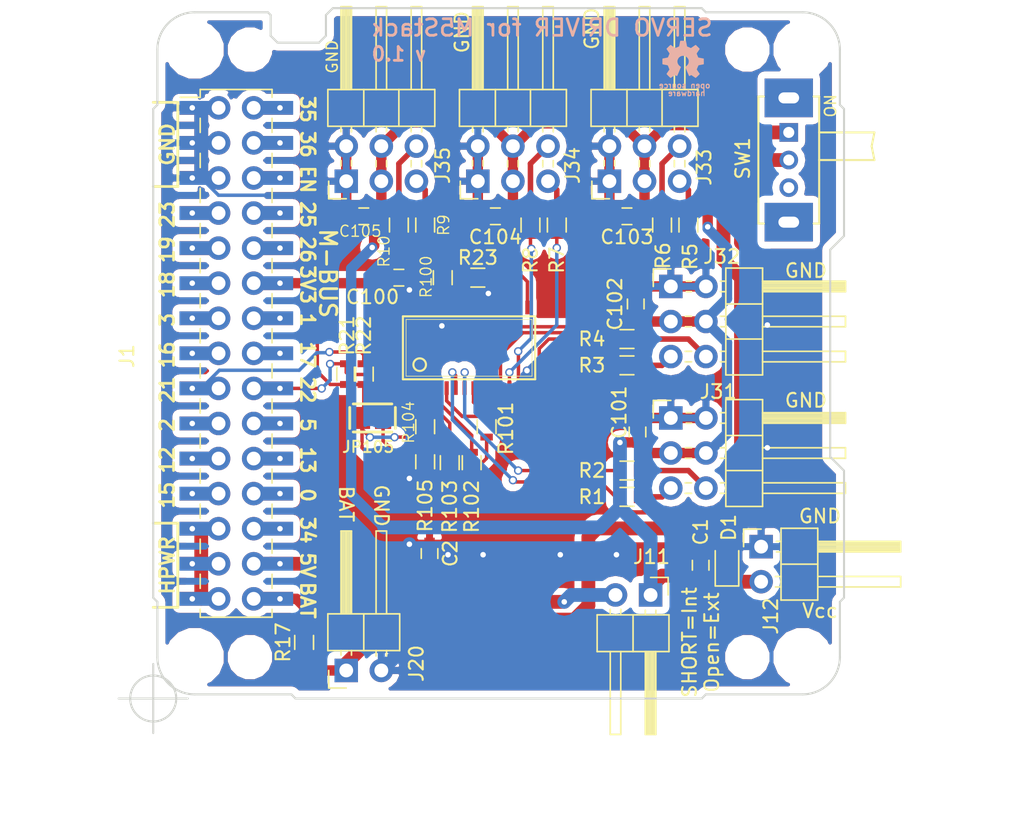
<source format=kicad_pcb>
(kicad_pcb (version 4) (host pcbnew 4.0.7)
  (title_block (title "USB Host Shield for M5Stack") (date 2018-09-06) (rev "ver 0.2"))
  (layers (0 F.Cu signal) (31 B.Cu signal) (34 B.Paste user) (35 F.Paste user) (36 B.SilkS user) (37 F.SilkS user) (38 B.Mask user) (39 F.Mask user) (44 Edge.Cuts user))
  (net 0 "")
  (net 1 GND)
  (net 2 /+5V)
  (net 3 "Net-(J1-Pad2)")
  (net 4 "Net-(J1-Pad4)")
  (net 5 "Net-(J1-Pad8)")
  (net 6 "Net-(J1-Pad10)")
  (net 7 "Net-(J1-Pad13)")
  (net 8 "Net-(J1-Pad14)")
  (net 9 "Net-(J1-Pad25)")
  (net 10 "Net-(J1-Pad26)")
  (net 11 "Net-(J1-Pad30)")
  (net 12 "Net-(J1-Pad11)")
  (net 13 "Net-(J1-Pad9)")
  (net 14 "Net-(J1-Pad7)")
  (net 15 "Net-(J1-Pad6)")
  (net 16 "Net-(J1-Pad16)")
  (net 17 "Net-(J1-Pad20)")
  (net 18 VCC)
  (net 19 VDD)
  (net 20 "Net-(J1-Pad15)")
  (net 21 SDA)
  (net 22 SCL)
  (net 23 "Net-(J1-Pad19)")
  (net 24 "Net-(J1-Pad21)")
  (net 25 "Net-(J1-Pad22)")
  (net 26 "Net-(J1-Pad23)")
  (net 27 "Net-(J1-Pad24)")
  (net 28 "Net-(J20-Pad1)")
  (net 29 "Net-(J31-Pad5)")
  (net 30 "Net-(J31-Pad6)")
  (net 31 "Net-(J32-Pad5)")
  (net 32 "Net-(J32-Pad6)")
  (net 33 "Net-(J33-Pad5)")
  (net 34 "Net-(J33-Pad6)")
  (net 35 "Net-(J34-Pad5)")
  (net 36 "Net-(J34-Pad6)")
  (net 37 "Net-(J35-Pad5)")
  (net 38 "Net-(J35-Pad6)")
  (net 39 A0)
  (net 40 A1)
  (net 41 A2)
  (net 42 A3)
  (net 43 A4)
  (net 44 A5)
  (net 45 PWM0)
  (net 46 PWM1)
  (net 47 PWM2)
  (net 48 PWM3)
  (net 49 PWM4)
  (net 50 PWM5)
  (net 51 PWM6)
  (net 52 PWM7)
  (net 53 PWM8)
  (net 54 PWM9)
  (net 55 "Net-(R23-Pad1)")
  (module Mounting_Holes:MountingHole_3.2mm_M3 (layer F.Cu) (at 107 130)
    (fp_text reference MK1 hide)
    (fp_text value Mounting_Hole)
    (pad 1 np_thru_hole circle (at 0 0) (size 3.2 3.2) (drill 3.2) (layers *.Cu *.Mask))
  )
  (module Capacitors_SMD:C_0603 (layer F.Cu) (at 143.624 123.348 90)
    (fp_text reference C1 (at 2.413 0 90) (layer F.SilkS))
    (fp_text value 10uF)
    (pad 2 smd rect (at 0.75 0 90) (size 0.8 0.75) (layers F.Cu F.Paste F.Mask) (net 1 GND))
    (pad 1 smd rect (at -0.75 0 90) (size 0.8 0.75) (layers F.Cu F.Paste F.Mask) (net 18 VCC))
  )
  (module Diodes_SMD:D_SOD-323 (layer F.Cu) (at 145.529 123.348 90)
    (fp_text reference D1 (at 2.7305 0.127 90) (layer F.SilkS))
    (fp_text value 1N4148)
    (pad 1 smd rect (at -1.05 0 90) (size 0.6 0.45) (layers F.Cu F.Paste F.Mask) (net 18 VCC))
    (pad 2 smd rect (at 1.05 0 90) (size 0.6 0.45) (layers F.Cu F.Paste F.Mask) (net 1 GND))
  )
  (module Mounting_Holes:MountingHole_3.2mm_M3 (layer F.Cu) (at 107 86)
    (fp_text reference MK2 hide)
    (fp_text value Mounting_Hole)
    (pad 1 np_thru_hole circle (at 0 0) (size 3.2 3.2) (drill 3.2) (layers *.Cu *.Mask))
  )
  (module Mounting_Holes:MountingHole_3.2mm_M3 (layer F.Cu) (at 151 86)
    (fp_text reference MK3 hide)
    (fp_text value Mounting_Hole)
    (pad 1 np_thru_hole circle (at 0 0) (size 3.2 3.2) (drill 3.2) (layers *.Cu *.Mask))
  )
  (module Mounting_Holes:MountingHole_3.2mm_M3 (layer F.Cu) (at 151 130)
    (fp_text reference MK4 hide)
    (fp_text value Mounting_Hole)
    (pad 1 np_thru_hole circle (at 0 0) (size 3.2 3.2) (drill 3.2) (layers *.Cu *.Mask))
  )
  (module Mounting_Holes:MountingHole_2.2mm_M2 (layer F.Cu) (at 111 130)
    (fp_text reference MK5 hide)
    (fp_text value Mounting_Hole)
    (pad 1 np_thru_hole circle (at 0 0) (size 2.2 2.2) (drill 2.2) (layers *.Cu *.Mask))
  )
  (module Mounting_Holes:MountingHole_2.2mm_M2 (layer F.Cu) (at 111 86)
    (fp_text reference MK6 hide)
    (fp_text value Mounting_Hole)
    (pad 1 np_thru_hole circle (at 0 0) (size 2.2 2.2) (drill 2.2) (layers *.Cu *.Mask))
  )
  (module Mounting_Holes:MountingHole_2.2mm_M2 (layer F.Cu) (at 147 86)
    (fp_text reference MK7 hide)
    (fp_text value Mounting_Hole)
    (pad 1 np_thru_hole circle (at 0 0) (size 2.2 2.2) (drill 2.2) (layers *.Cu *.Mask))
  )
  (module Mounting_Holes:MountingHole_2.2mm_M2 (layer F.Cu) (at 147 130)
    (fp_text reference MK8 hide)
    (fp_text value Mounting_Hole)
    (pad 1 np_thru_hole circle (at 0 0) (size 2.2 2.2) (drill 2.2) (layers *.Cu *.Mask))
  )
  (module footprint:OSHW-logo_silkscreen-front_3mm (layer B.Cu) (at 142.354 86.7085 180)
    (fp_text reference LOGO1 hide)
    (fp_text value OPEN_HARDWARE_1 hide)
  )
  (module Capacitors_SMD:C_0603 (layer F.Cu) (at 124 122.5 90)
    (fp_text reference C2 (at 0 1.5 90) (layer F.SilkS))
    (fp_text value 10uF)
    (pad 2 smd rect (at 0.75 0 90) (size 0.8 0.75) (layers F.Cu F.Paste F.Mask) (net 1 GND))
    (pad 1 smd rect (at -0.75 0 90) (size 0.8 0.75) (layers F.Cu F.Paste F.Mask) (net 2 /+5V))
  )
  (module Capacitors_SMD:C_0603 (layer F.Cu) (at 121.78 102.52)
    (fp_text reference C100 (at -1.905 1.397) (layer F.SilkS))
    (fp_text value 10uF)
    (pad 2 smd rect (at 0.75 0) (size 0.8 0.75) (layers F.Cu F.Paste F.Mask) (net 1 GND))
    (pad 1 smd rect (at -0.75 0) (size 0.8 0.75) (layers F.Cu F.Paste F.Mask) (net 19 VDD))
  )
  (module Capacitors_SMD:C_0603 (layer F.Cu) (at 139.052 113.696 90)
    (fp_text reference C101 (at 1.4224 -1.3208 90) (layer F.SilkS))
    (fp_text value 10uF)
    (pad 2 smd rect (at 0.75 0 90) (size 0.8 0.75) (layers F.Cu F.Paste F.Mask) (net 1 GND))
    (pad 1 smd rect (at -0.75 0 90) (size 0.8 0.75) (layers F.Cu F.Paste F.Mask) (net 18 VCC))
  )
  (module Capacitors_SMD:C_0603 (layer F.Cu) (at 138.925 104.425 90)
    (fp_text reference C102 (at 0 -1.5 90) (layer F.SilkS))
    (fp_text value 10uF)
    (pad 2 smd rect (at 0.75 0 90) (size 0.8 0.75) (layers F.Cu F.Paste F.Mask) (net 1 GND))
    (pad 1 smd rect (at -0.75 0 90) (size 0.8 0.75) (layers F.Cu F.Paste F.Mask) (net 18 VCC))
  )
  (module Capacitors_SMD:C_0603 (layer F.Cu) (at 138.29 98.075 180)
    (fp_text reference C103 (at 0 -1.5 180) (layer F.SilkS))
    (fp_text value 10uF)
    (pad 2 smd rect (at 0.75 0 180) (size 0.8 0.75) (layers F.Cu F.Paste F.Mask) (net 1 GND))
    (pad 1 smd rect (at -0.75 0 180) (size 0.8 0.75) (layers F.Cu F.Paste F.Mask) (net 18 VCC))
  )
  (module Capacitors_SMD:C_0603 (layer F.Cu) (at 128.765 98.075 180)
    (fp_text reference C104 (at 0 -1.5 180) (layer F.SilkS))
    (fp_text value 10uF)
    (pad 2 smd rect (at 0.75 0 180) (size 0.8 0.75) (layers F.Cu F.Paste F.Mask) (net 1 GND))
    (pad 1 smd rect (at -0.75 0 180) (size 0.8 0.75) (layers F.Cu F.Paste F.Mask) (net 18 VCC))
  )
  (module Capacitors_SMD:C_0603 (layer F.Cu) (at 119.24 98.075 180)
    (fp_text reference C105 (at 0.254 -1.0795 180) (layer F.SilkS) (effects (font (size 0.8 0.8) (thickness 0.1))))
    (fp_text value 10uF)
    (pad 2 smd rect (at 0.75 0 180) (size 0.8 0.75) (layers F.Cu F.Paste F.Mask) (net 1 GND))
    (pad 1 smd rect (at -0.75 0 180) (size 0.8 0.75) (layers F.Cu F.Paste F.Mask) (net 18 VCC))
  )
  (module Pin_Headers:Pin_Header_Angled_1x02_Pitch2.54mm (layer F.Cu) (at 140 125.5 270)
    (fp_text reference J11 (at -2.763 -0.068 360) (layer F.SilkS))
    (fp_text value VCC_SEL)
    (pad 1 thru_hole rect (at 0 0 270) (size 1.7 1.7) (drill 1) (layers *.Cu *.Mask) (net 18 VCC))
    (pad 2 thru_hole oval (at 0 2.54 270) (size 1.7 1.7) (drill 1) (layers *.Cu *.Mask) (net 2 /+5V))
  )
  (module Pin_Headers:Pin_Header_Angled_1x02_Pitch2.54mm (layer F.Cu) (at 148 122)
    (fp_text reference J12 (at 0.704 5.031 90) (layer F.SilkS))
    (fp_text value SRV_VCC)
    (pad 1 thru_hole rect (at 0 0) (size 1.7 1.7) (drill 1) (layers *.Cu *.Mask) (net 1 GND))
    (pad 2 thru_hole oval (at 0 2.54) (size 1.7 1.7) (drill 1) (layers *.Cu *.Mask) (net 18 VCC))
  )
  (module Pin_Headers:Pin_Header_Angled_1x02_Pitch2.54mm (layer F.Cu) (at 117.97 130.968 90)
    (fp_text reference J20 (at 0.508 5.08 90) (layer F.SilkS))
    (fp_text value Battery)
    (pad 1 thru_hole rect (at 0 0 90) (size 1.7 1.7) (drill 1) (layers *.Cu *.Mask) (net 28 "Net-(J20-Pad1)"))
    (pad 2 thru_hole oval (at 0 2.54 90) (size 1.7 1.7) (drill 1) (layers *.Cu *.Mask) (net 1 GND))
  )
  (module Pin_Headers:Pin_Header_Angled_2x03_Pitch2.54mm (layer F.Cu) (at 141.465 112.68)
    (fp_text reference J31 (at 3.429 -1.905) (layer F.SilkS))
    (fp_text value CONN_02X03)
    (pad 1 thru_hole rect (at 0 0) (size 1.7 1.7) (drill 1) (layers *.Cu *.Mask) (net 1 GND))
    (pad 2 thru_hole oval (at 2.54 0) (size 1.7 1.7) (drill 1) (layers *.Cu *.Mask) (net 1 GND))
    (pad 3 thru_hole oval (at 0 2.54) (size 1.7 1.7) (drill 1) (layers *.Cu *.Mask) (net 18 VCC))
    (pad 4 thru_hole oval (at 2.54 2.54) (size 1.7 1.7) (drill 1) (layers *.Cu *.Mask) (net 18 VCC))
    (pad 5 thru_hole oval (at 0 5.08) (size 1.7 1.7) (drill 1) (layers *.Cu *.Mask) (net 29 "Net-(J31-Pad5)"))
    (pad 6 thru_hole oval (at 2.54 5.08) (size 1.7 1.7) (drill 1) (layers *.Cu *.Mask) (net 30 "Net-(J31-Pad6)"))
  )
  (module Pin_Headers:Pin_Header_Angled_2x03_Pitch2.54mm (layer F.Cu) (at 141.465 103.155)
    (fp_text reference J32 (at 3.683 -2.159) (layer F.SilkS))
    (fp_text value CONN_02X03)
    (pad 1 thru_hole rect (at 0 0) (size 1.7 1.7) (drill 1) (layers *.Cu *.Mask) (net 1 GND))
    (pad 2 thru_hole oval (at 2.54 0) (size 1.7 1.7) (drill 1) (layers *.Cu *.Mask) (net 1 GND))
    (pad 3 thru_hole oval (at 0 2.54) (size 1.7 1.7) (drill 1) (layers *.Cu *.Mask) (net 18 VCC))
    (pad 4 thru_hole oval (at 2.54 2.54) (size 1.7 1.7) (drill 1) (layers *.Cu *.Mask) (net 18 VCC))
    (pad 5 thru_hole oval (at 0 5.08) (size 1.7 1.7) (drill 1) (layers *.Cu *.Mask) (net 31 "Net-(J32-Pad5)"))
    (pad 6 thru_hole oval (at 2.54 5.08) (size 1.7 1.7) (drill 1) (layers *.Cu *.Mask) (net 32 "Net-(J32-Pad6)"))
  )
  (module Pin_Headers:Pin_Header_Angled_2x03_Pitch2.54mm (layer F.Cu) (at 137.02 95.535 90)
    (fp_text reference J33 (at 1.016 6.858 90) (layer F.SilkS))
    (fp_text value CONN_02X03)
    (pad 1 thru_hole rect (at 0 0 90) (size 1.7 1.7) (drill 1) (layers *.Cu *.Mask) (net 1 GND))
    (pad 2 thru_hole oval (at 2.54 0 90) (size 1.7 1.7) (drill 1) (layers *.Cu *.Mask) (net 1 GND))
    (pad 3 thru_hole oval (at 0 2.54 90) (size 1.7 1.7) (drill 1) (layers *.Cu *.Mask) (net 18 VCC))
    (pad 4 thru_hole oval (at 2.54 2.54 90) (size 1.7 1.7) (drill 1) (layers *.Cu *.Mask) (net 18 VCC))
    (pad 5 thru_hole oval (at 0 5.08 90) (size 1.7 1.7) (drill 1) (layers *.Cu *.Mask) (net 33 "Net-(J33-Pad5)"))
    (pad 6 thru_hole oval (at 2.54 5.08 90) (size 1.7 1.7) (drill 1) (layers *.Cu *.Mask) (net 34 "Net-(J33-Pad6)"))
  )
  (module Pin_Headers:Pin_Header_Angled_2x03_Pitch2.54mm (layer F.Cu) (at 127.495 95.535 90)
    (fp_text reference J34 (at 1.143 6.858 90) (layer F.SilkS))
    (fp_text value CONN_02X03)
    (pad 1 thru_hole rect (at 0 0 90) (size 1.7 1.7) (drill 1) (layers *.Cu *.Mask) (net 1 GND))
    (pad 2 thru_hole oval (at 2.54 0 90) (size 1.7 1.7) (drill 1) (layers *.Cu *.Mask) (net 1 GND))
    (pad 3 thru_hole oval (at 0 2.54 90) (size 1.7 1.7) (drill 1) (layers *.Cu *.Mask) (net 18 VCC))
    (pad 4 thru_hole oval (at 2.54 2.54 90) (size 1.7 1.7) (drill 1) (layers *.Cu *.Mask) (net 18 VCC))
    (pad 5 thru_hole oval (at 0 5.08 90) (size 1.7 1.7) (drill 1) (layers *.Cu *.Mask) (net 35 "Net-(J34-Pad5)"))
    (pad 6 thru_hole oval (at 2.54 5.08 90) (size 1.7 1.7) (drill 1) (layers *.Cu *.Mask) (net 36 "Net-(J34-Pad6)"))
  )
  (module Pin_Headers:Pin_Header_Angled_2x03_Pitch2.54mm (layer F.Cu) (at 117.97 95.535 90)
    (fp_text reference J35 (at 1.143 6.985 90) (layer F.SilkS))
    (fp_text value CONN_02X03)
    (pad 1 thru_hole rect (at 0 0 90) (size 1.7 1.7) (drill 1) (layers *.Cu *.Mask) (net 1 GND))
    (pad 2 thru_hole oval (at 2.54 0 90) (size 1.7 1.7) (drill 1) (layers *.Cu *.Mask) (net 1 GND))
    (pad 3 thru_hole oval (at 0 2.54 90) (size 1.7 1.7) (drill 1) (layers *.Cu *.Mask) (net 18 VCC))
    (pad 4 thru_hole oval (at 2.54 2.54 90) (size 1.7 1.7) (drill 1) (layers *.Cu *.Mask) (net 18 VCC))
    (pad 5 thru_hole oval (at 0 5.08 90) (size 1.7 1.7) (drill 1) (layers *.Cu *.Mask) (net 37 "Net-(J35-Pad5)"))
    (pad 6 thru_hole oval (at 2.54 5.08 90) (size 1.7 1.7) (drill 1) (layers *.Cu *.Mask) (net 38 "Net-(J35-Pad6)"))
  )
  (module footprint:SOLDERJUMPER_REFLOW (layer F.Cu) (at 119.875 112.68)
    (fp_text reference JP105 (at -0.3175 2.0955) (layer F.SilkS) (effects (font (size 0.8128 0.8128) (thickness 0.14478))))
    (fp_text value SOLDERJUMPER)
    (pad 1 smd rect (at -0.762 0) (size 1.1684 1.6002) (layers F.Cu F.Paste F.Mask) (net 19 VDD))
    (pad 2 smd rect (at 0.762 0) (size 1.1684 1.6002) (layers F.Cu F.Paste F.Mask) (net 39 A0))
  )
  (module Resistors_SMD:R_0603 (layer F.Cu) (at 138.29 118.395 180)
    (fp_text reference R1 (at 2.54 0 180) (layer F.SilkS))
    (fp_text value 220)
    (pad 1 smd rect (at -0.75 0 180) (size 0.5 0.9) (layers F.Cu F.Paste F.Mask) (net 29 "Net-(J31-Pad5)"))
    (pad 2 smd rect (at 0.75 0 180) (size 0.5 0.9) (layers F.Cu F.Paste F.Mask) (net 45 PWM0))
  )
  (module Resistors_SMD:R_0603 (layer F.Cu) (at 138.29 116.49)
    (fp_text reference R2 (at -2.54 0) (layer F.SilkS))
    (fp_text value 220)
    (pad 1 smd rect (at -0.75 0) (size 0.5 0.9) (layers F.Cu F.Paste F.Mask) (net 46 PWM1))
    (pad 2 smd rect (at 0.75 0) (size 0.5 0.9) (layers F.Cu F.Paste F.Mask) (net 30 "Net-(J31-Pad6)"))
  )
  (module Resistors_SMD:R_0603 (layer F.Cu) (at 138.29 108.87 180)
    (fp_text reference R3 (at 2.54 0 180) (layer F.SilkS))
    (fp_text value 220)
    (pad 1 smd rect (at -0.75 0 180) (size 0.5 0.9) (layers F.Cu F.Paste F.Mask) (net 31 "Net-(J32-Pad5)"))
    (pad 2 smd rect (at 0.75 0 180) (size 0.5 0.9) (layers F.Cu F.Paste F.Mask) (net 47 PWM2))
  )
  (module Resistors_SMD:R_0603 (layer F.Cu) (at 138.29 106.965)
    (fp_text reference R4 (at -2.54 0) (layer F.SilkS))
    (fp_text value 220)
    (pad 1 smd rect (at -0.75 0) (size 0.5 0.9) (layers F.Cu F.Paste F.Mask) (net 48 PWM3))
    (pad 2 smd rect (at 0.75 0) (size 0.5 0.9) (layers F.Cu F.Paste F.Mask) (net 32 "Net-(J32-Pad6)"))
  )
  (module Resistors_SMD:R_0603 (layer F.Cu) (at 142.735 98.71 270)
    (fp_text reference R5 (at 2.286 -0.127 270) (layer F.SilkS))
    (fp_text value 220)
    (pad 1 smd rect (at -0.75 0 270) (size 0.5 0.9) (layers F.Cu F.Paste F.Mask) (net 33 "Net-(J33-Pad5)"))
    (pad 2 smd rect (at 0.75 0 270) (size 0.5 0.9) (layers F.Cu F.Paste F.Mask) (net 49 PWM4))
  )
  (module Resistors_SMD:R_0603 (layer F.Cu) (at 140.83 98.71 90)
    (fp_text reference R6 (at -2.2225 0.0635 90) (layer F.SilkS))
    (fp_text value 220)
    (pad 1 smd rect (at -0.75 0 90) (size 0.5 0.9) (layers F.Cu F.Paste F.Mask) (net 50 PWM5))
    (pad 2 smd rect (at 0.75 0 90) (size 0.5 0.9) (layers F.Cu F.Paste F.Mask) (net 34 "Net-(J33-Pad6)"))
  )
  (module Resistors_SMD:R_0603 (layer F.Cu) (at 133.21 98.71 270)
    (fp_text reference R7 (at 2.54 0 270) (layer F.SilkS))
    (fp_text value 220)
    (pad 1 smd rect (at -0.75 0 270) (size 0.5 0.9) (layers F.Cu F.Paste F.Mask) (net 35 "Net-(J34-Pad5)"))
    (pad 2 smd rect (at 0.75 0 270) (size 0.5 0.9) (layers F.Cu F.Paste F.Mask) (net 51 PWM6))
  )
  (module Resistors_SMD:R_0603 (layer F.Cu) (at 131.305 98.71 90)
    (fp_text reference R8 (at -2.54 0 90) (layer F.SilkS))
    (fp_text value 220)
    (pad 1 smd rect (at -0.75 0 90) (size 0.5 0.9) (layers F.Cu F.Paste F.Mask) (net 52 PWM7))
    (pad 2 smd rect (at 0.75 0 90) (size 0.5 0.9) (layers F.Cu F.Paste F.Mask) (net 36 "Net-(J34-Pad6)"))
  )
  (module Resistors_SMD:R_0603 (layer F.Cu) (at 123.685 98.71 270)
    (fp_text reference R9 (at 0 -1.3335 270) (layer F.SilkS) (effects (font (size 0.8 0.8) (thickness 0.1))))
    (fp_text value 220)
    (pad 1 smd rect (at -0.75 0 270) (size 0.5 0.9) (layers F.Cu F.Paste F.Mask) (net 37 "Net-(J35-Pad5)"))
    (pad 2 smd rect (at 0.75 0 270) (size 0.5 0.9) (layers F.Cu F.Paste F.Mask) (net 53 PWM8))
  )
  (module Resistors_SMD:R_0603 (layer F.Cu) (at 121.78 98.71 90)
    (fp_text reference R10 (at -1.905 -1.0795 90) (layer F.SilkS) (effects (font (size 0.8 0.8) (thickness 0.1))))
    (fp_text value 220)
    (pad 1 smd rect (at -0.75 0 90) (size 0.5 0.9) (layers F.Cu F.Paste F.Mask) (net 54 PWM9))
    (pad 2 smd rect (at 0.75 0 90) (size 0.5 0.9) (layers F.Cu F.Paste F.Mask) (net 38 "Net-(J35-Pad6)"))
  )
  (module Resistors_SMD:R_0603 (layer F.Cu) (at 114.922 128.936 270)
    (fp_text reference R17 (at 0 1.524 270) (layer F.SilkS))
    (fp_text value 0)
    (pad 1 smd rect (at -0.75 0 270) (size 0.5 0.9) (layers F.Cu F.Paste F.Mask) (net 11 "Net-(J1-Pad30)"))
    (pad 2 smd rect (at 0.75 0 270) (size 0.5 0.9) (layers F.Cu F.Paste F.Mask) (net 28 "Net-(J20-Pad1)"))
  )
  (module Resistors_SMD:R_0603 (layer F.Cu) (at 117.97 109.505 270)
    (fp_text reference R21 (at -2.794 -0.0635 270) (layer F.SilkS))
    (fp_text value 10k)
    (pad 1 smd rect (at -0.75 0 270) (size 0.5 0.9) (layers F.Cu F.Paste F.Mask) (net 22 SCL))
    (pad 2 smd rect (at 0.75 0 270) (size 0.5 0.9) (layers F.Cu F.Paste F.Mask) (net 19 VDD))
  )
  (module Resistors_SMD:R_0603 (layer F.Cu) (at 119.24 109.505 270)
    (fp_text reference R22 (at -2.794 0 270) (layer F.SilkS))
    (fp_text value 10k)
    (pad 1 smd rect (at -0.75 0 270) (size 0.5 0.9) (layers F.Cu F.Paste F.Mask) (net 21 SDA))
    (pad 2 smd rect (at 0.75 0 270) (size 0.5 0.9) (layers F.Cu F.Paste F.Mask) (net 19 VDD))
  )
  (module Resistors_SMD:R_0603 (layer F.Cu) (at 127.495 102.52)
    (fp_text reference R23 (at 0 -1.45) (layer F.SilkS))
    (fp_text value 10k)
    (pad 1 smd rect (at -0.75 0) (size 0.5 0.9) (layers F.Cu F.Paste F.Mask) (net 55 "Net-(R23-Pad1)"))
    (pad 2 smd rect (at 0.75 0) (size 0.5 0.9) (layers F.Cu F.Paste F.Mask) (net 1 GND))
  )
  (module Resistors_SMD:R_0603 (layer F.Cu) (at 124.955 102.52 90)
    (fp_text reference R100 (at 0.0635 -1.2065 90) (layer F.SilkS) (effects (font (size 0.8 0.8) (thickness 0.1))))
    (fp_text value 10k)
    (pad 1 smd rect (at -0.75 0 90) (size 0.5 0.9) (layers F.Cu F.Paste F.Mask) (net 44 A5))
    (pad 2 smd rect (at 0.75 0 90) (size 0.5 0.9) (layers F.Cu F.Paste F.Mask) (net 19 VDD))
  )
  (module Resistors_SMD:R_0603 (layer F.Cu) (at 128.13 113.315 270)
    (fp_text reference R101 (at 0.127 -1.397 270) (layer F.SilkS))
    (fp_text value 10k)
    (pad 1 smd rect (at -0.75 0 270) (size 0.5 0.9) (layers F.Cu F.Paste F.Mask) (net 43 A4))
    (pad 2 smd rect (at 0.75 0 270) (size 0.5 0.9) (layers F.Cu F.Paste F.Mask) (net 19 VDD))
  )
  (module Resistors_SMD:R_0603 (layer F.Cu) (at 127.0505 115.9185 90)
    (fp_text reference R102 (at -3.175 0 90) (layer F.SilkS))
    (fp_text value 10k)
    (pad 1 smd rect (at -0.75 0 90) (size 0.5 0.9) (layers F.Cu F.Paste F.Mask) (net 1 GND))
    (pad 2 smd rect (at 0.75 0 90) (size 0.5 0.9) (layers F.Cu F.Paste F.Mask) (net 42 A3))
  )
  (module Resistors_SMD:R_0603 (layer F.Cu) (at 125.463 115.9185 90)
    (fp_text reference R103 (at -3.175 0 90) (layer F.SilkS))
    (fp_text value 10k)
    (pad 1 smd rect (at -0.75 0 90) (size 0.5 0.9) (layers F.Cu F.Paste F.Mask) (net 1 GND))
    (pad 2 smd rect (at 0.75 0 90) (size 0.5 0.9) (layers F.Cu F.Paste F.Mask) (net 41 A2))
  )
  (module Resistors_SMD:R_0603 (layer F.Cu) (at 123.685 113.315 270)
    (fp_text reference R104 (at -0.3175 1.2065 270) (layer F.SilkS) (effects (font (size 0.8 0.8) (thickness 0.1))))
    (fp_text value 10k)
    (pad 1 smd rect (at -0.75 0 270) (size 0.5 0.9) (layers F.Cu F.Paste F.Mask) (net 40 A1))
    (pad 2 smd rect (at 0.75 0 270) (size 0.5 0.9) (layers F.Cu F.Paste F.Mask) (net 19 VDD))
  )
  (module Resistors_SMD:R_0603 (layer F.Cu) (at 123.685 115.855 90)
    (fp_text reference R105 (at -3.175 0 90) (layer F.SilkS))
    (fp_text value 10k)
    (pad 1 smd rect (at -0.75 0 90) (size 0.5 0.9) (layers F.Cu F.Paste F.Mask) (net 1 GND))
    (pad 2 smd rect (at 0.75 0 90) (size 0.5 0.9) (layers F.Cu F.Paste F.Mask) (net 39 A0))
  )
  (module footprint:slide_switch_angled (layer F.Cu) (at 150 92)
    (fp_text reference SW1 (at -3.328 1.884 90) (layer F.SilkS))
    (fp_text value Sliede_SW_01)
    (pad GND thru_hole rect (at 0 6.5 90) (size 2.8 3.5) (drill oval 0.8 1.5) (layers *.Cu *.Mask))
    (pad 1 thru_hole rect (at 0 0) (size 1.35 1.35) (drill 0.8) (layers *.Cu *.Mask) (net 11 "Net-(J1-Pad30)"))
    (pad 2 thru_hole oval (at 0 2) (size 1.35 1.35) (drill 0.8) (layers *.Cu *.Mask) (net 28 "Net-(J20-Pad1)"))
    (pad 3 thru_hole oval (at 0 4) (size 1.35 1.35) (drill 0.8) (layers *.Cu *.Mask))
    (pad GND thru_hole rect (at 0 -2.5 90) (size 2.8 3.5) (drill oval 0.8 1.5) (layers *.Cu *.Mask))
  )
  (module footprint:PCA9685_TSSOP28 (layer F.Cu) (at 126.86 107.6)
    (fp_text reference U1)
    (fp_text value PCA9685)
    (pad 1 smd rect (at -4.22402 2.91592) (size 0.3048 0.9906) (layers F.Cu F.Paste F.Mask) (net 39 A0))
    (pad 2 smd rect (at -3.57378 2.91592) (size 0.3048 0.9906) (layers F.Cu F.Paste F.Mask) (net 40 A1))
    (pad 3 smd rect (at -2.92354 2.91592) (size 0.3048 0.9906) (layers F.Cu F.Paste F.Mask) (net 41 A2))
    (pad 4 smd rect (at -2.2733 2.91592) (size 0.3048 0.9906) (layers F.Cu F.Paste F.Mask) (net 42 A3))
    (pad 5 smd rect (at -1.62306 2.91592) (size 0.3048 0.9906) (layers F.Cu F.Paste F.Mask) (net 43 A4))
    (pad 6 smd rect (at -0.97282 2.91592) (size 0.3048 0.9906) (layers F.Cu F.Paste F.Mask) (net 45 PWM0))
    (pad 7 smd rect (at -0.32258 2.91592) (size 0.3048 0.9906) (layers F.Cu F.Paste F.Mask) (net 46 PWM1))
    (pad 8 smd rect (at 0.32258 2.91592) (size 0.3048 0.9906) (layers F.Cu F.Paste F.Mask) (net 47 PWM2))
    (pad 9 smd rect (at 0.97282 2.91592) (size 0.3048 0.9906) (layers F.Cu F.Paste F.Mask) (net 48 PWM3))
    (pad 10 smd rect (at 1.62306 2.91592) (size 0.3048 0.9906) (layers F.Cu F.Paste F.Mask) (net 49 PWM4))
    (pad 11 smd rect (at 2.2733 2.91592) (size 0.3048 0.9906) (layers F.Cu F.Paste F.Mask) (net 50 PWM5))
    (pad 12 smd rect (at 2.92354 2.91592) (size 0.3048 0.9906) (layers F.Cu F.Paste F.Mask) (net 51 PWM6))
    (pad 13 smd rect (at 3.57378 2.91592) (size 0.3048 0.9906) (layers F.Cu F.Paste F.Mask) (net 52 PWM7))
    (pad 14 smd rect (at 4.22402 2.91592) (size 0.3048 0.9906) (layers F.Cu F.Paste F.Mask) (net 1 GND))
    (pad 15 smd rect (at 4.22402 -2.91592) (size 0.3048 0.9906) (layers F.Cu F.Paste F.Mask) (net 53 PWM8))
    (pad 16 smd rect (at 3.57378 -2.91592) (size 0.3048 0.9906) (layers F.Cu F.Paste F.Mask) (net 54 PWM9))
    (pad 17 smd rect (at 2.92354 -2.91592) (size 0.3048 0.9906) (layers F.Cu F.Paste F.Mask))
    (pad 18 smd rect (at 2.2733 -2.91592) (size 0.3048 0.9906) (layers F.Cu F.Paste F.Mask))
    (pad 19 smd rect (at 1.62306 -2.91592) (size 0.3048 0.9906) (layers F.Cu F.Paste F.Mask))
    (pad 20 smd rect (at 0.97282 -2.91592) (size 0.3048 0.9906) (layers F.Cu F.Paste F.Mask))
    (pad 21 smd rect (at 0.32258 -2.91592) (size 0.3048 0.9906) (layers F.Cu F.Paste F.Mask))
    (pad 22 smd rect (at -0.32258 -2.91592) (size 0.3048 0.9906) (layers F.Cu F.Paste F.Mask))
    (pad 23 smd rect (at -0.97282 -2.91592) (size 0.3048 0.9906) (layers F.Cu F.Paste F.Mask) (net 55 "Net-(R23-Pad1)"))
    (pad 24 smd rect (at -1.62306 -2.91592) (size 0.3048 0.9906) (layers F.Cu F.Paste F.Mask) (net 44 A5))
    (pad 25 smd rect (at -2.2733 -2.91592) (size 0.3048 0.9906) (layers F.Cu F.Paste F.Mask) (net 1 GND))
    (pad 26 smd rect (at -2.92354 -2.91592) (size 0.3048 0.9906) (layers F.Cu F.Paste F.Mask) (net 22 SCL))
    (pad 27 smd rect (at -3.57378 -2.91592) (size 0.3048 0.9906) (layers F.Cu F.Paste F.Mask) (net 21 SDA))
    (pad 28 smd rect (at -4.22402 -2.91592) (size 0.3048 0.9906) (layers F.Cu F.Paste F.Mask) (net 19 VDD))
  )
  (module footprint:Pin_Header_MBUS_SMD_TH (layer F.Cu) (at 110 108)
    (fp_text reference J1 (at -7.9 0.2 270) (layer F.SilkS))
    (fp_text value M-BUS)
    (pad "" np_thru_hole circle (at 0 13.97) (size 0.8 0.8) (drill 0.8) (layers *.Cu *.Mask))
    (pad "" np_thru_hole circle (at 0 16.51) (size 1 1) (drill 1) (layers *.Cu *.Mask))
    (pad "" np_thru_hole circle (at 0 -13.97) (size 0.8 0.8) (drill 0.8) (layers *.Cu *.Mask))
    (pad 1 smd rect (at -2.525 -17.78) (size 3.15 1) (layers B.Cu B.Paste B.Mask) (net 1 GND))
    (pad 1 smd rect (at -2.525 -17.78) (size 3.15 1) (layers F.Cu F.Paste F.Mask) (net 1 GND))
    (pad 11 smd rect (at -2.525 -5.08) (size 3.15 1) (layers F.Cu F.Paste F.Mask) (net 12 "Net-(J1-Pad11)"))
    (pad 9 smd rect (at -2.525 -7.62) (size 3.15 1) (layers F.Cu F.Paste F.Mask) (net 13 "Net-(J1-Pad9)"))
    (pad 7 smd rect (at -2.525 -10.16) (size 3.15 1) (layers F.Cu F.Paste F.Mask) (net 14 "Net-(J1-Pad7)"))
    (pad 5 smd rect (at -2.525 -12.7) (size 3.15 1) (layers F.Cu F.Paste F.Mask) (net 1 GND))
    (pad 3 smd rect (at -2.525 -15.24) (size 3.15 1) (layers F.Cu F.Paste F.Mask) (net 1 GND))
    (pad 1 thru_hole circle (at -3.175 -17.78) (size 0.8 0.8) (drill 0.4) (layers *.Cu *.Mask) (net 1 GND))
    (pad 2 smd rect (at 2.525 -17.78) (size 3.15 1) (layers F.Cu F.Paste F.Mask) (net 3 "Net-(J1-Pad2)"))
    (pad 4 smd rect (at 2.525 -15.24) (size 3.15 1) (layers F.Cu F.Paste F.Mask) (net 4 "Net-(J1-Pad4)"))
    (pad 6 smd rect (at 2.525 -12.7) (size 3.15 1) (layers F.Cu F.Paste F.Mask) (net 15 "Net-(J1-Pad6)"))
    (pad 8 smd rect (at 2.525 -10.16) (size 3.15 1) (layers F.Cu F.Paste F.Mask) (net 5 "Net-(J1-Pad8)"))
    (pad 10 smd rect (at 2.525 -7.62) (size 3.15 1) (layers F.Cu F.Paste F.Mask) (net 6 "Net-(J1-Pad10)"))
    (pad 12 smd rect (at 2.525 -5.08) (size 3.15 1) (layers F.Cu F.Paste F.Mask) (net 19 VDD))
    (pad 13 smd rect (at -2.525 -2.54) (size 3.15 1) (layers F.Cu F.Paste F.Mask) (net 7 "Net-(J1-Pad13)"))
    (pad 14 smd rect (at 2.525 -2.54) (size 3.15 1) (layers F.Cu F.Paste F.Mask) (net 8 "Net-(J1-Pad14)"))
    (pad 15 smd rect (at -2.525 0) (size 3.15 1) (layers F.Cu F.Paste F.Mask) (net 20 "Net-(J1-Pad15)"))
    (pad 16 smd rect (at 2.525 0) (size 3.15 1) (layers F.Cu F.Paste F.Mask) (net 16 "Net-(J1-Pad16)"))
    (pad 17 smd rect (at -2.525 2.54) (size 3.15 1) (layers F.Cu F.Paste F.Mask) (net 21 SDA))
    (pad 18 smd rect (at 2.525 2.54) (size 3.15 1) (layers F.Cu F.Paste F.Mask) (net 22 SCL))
    (pad 19 smd rect (at -2.525 5.08) (size 3.15 1) (layers F.Cu F.Paste F.Mask) (net 23 "Net-(J1-Pad19)"))
    (pad 20 smd rect (at 2.525 5.08) (size 3.15 1) (layers F.Cu F.Paste F.Mask) (net 17 "Net-(J1-Pad20)"))
    (pad 21 smd rect (at -2.525 7.62) (size 3.15 1) (layers F.Cu F.Paste F.Mask) (net 24 "Net-(J1-Pad21)"))
    (pad 22 smd rect (at 2.525 7.62) (size 3.15 1) (layers F.Cu F.Paste F.Mask) (net 25 "Net-(J1-Pad22)"))
    (pad 23 smd rect (at -2.525 10.16) (size 3.15 1) (layers F.Cu F.Paste F.Mask) (net 26 "Net-(J1-Pad23)"))
    (pad 24 smd rect (at 2.525 10.16) (size 3.15 1) (layers F.Cu F.Paste F.Mask) (net 27 "Net-(J1-Pad24)"))
    (pad 25 smd rect (at -2.525 12.7) (size 3.15 1) (layers F.Cu F.Paste F.Mask) (net 9 "Net-(J1-Pad25)"))
    (pad 26 smd rect (at 2.525 12.7) (size 3.15 1) (layers F.Cu F.Paste F.Mask) (net 10 "Net-(J1-Pad26)"))
    (pad 27 smd rect (at -2.525 15.24) (size 3.15 1) (layers F.Cu F.Paste F.Mask) (net 9 "Net-(J1-Pad25)"))
    (pad 28 smd rect (at 2.525 15.24) (size 3.15 1) (layers F.Cu F.Paste F.Mask) (net 2 /+5V))
    (pad 29 smd rect (at -2.525 17.78) (size 3.15 1) (layers F.Cu F.Paste F.Mask) (net 9 "Net-(J1-Pad25)"))
    (pad 30 smd rect (at 2.525 17.78) (size 3.15 1) (layers F.Cu F.Paste F.Mask) (net 11 "Net-(J1-Pad30)"))
    (pad 2 smd rect (at 2.555 -17.78) (size 3.15 1) (layers B.Cu B.Paste B.Mask) (net 3 "Net-(J1-Pad2)"))
    (pad 3 smd rect (at -2.525 -15.24) (size 3.15 1) (layers B.Cu B.Paste B.Mask) (net 1 GND))
    (pad 4 smd rect (at 2.555 -15.24) (size 3.15 1) (layers B.Cu B.Paste B.Mask) (net 4 "Net-(J1-Pad4)"))
    (pad 5 smd rect (at -2.525 -12.7) (size 3.15 1) (layers B.Cu B.Paste B.Mask) (net 1 GND))
    (pad 6 smd rect (at 2.555 -12.7) (size 3.15 1) (layers B.Cu B.Paste B.Mask) (net 15 "Net-(J1-Pad6)"))
    (pad 7 smd rect (at -2.525 -10.16) (size 3.15 1) (layers B.Cu B.Paste B.Mask) (net 14 "Net-(J1-Pad7)"))
    (pad 8 smd rect (at 2.555 -10.16) (size 3.15 1) (layers B.Cu B.Paste B.Mask) (net 5 "Net-(J1-Pad8)"))
    (pad 9 smd rect (at -2.525 -7.62) (size 3.15 1) (layers B.Cu B.Paste B.Mask) (net 13 "Net-(J1-Pad9)"))
    (pad 10 smd rect (at 2.555 -7.62) (size 3.15 1) (layers B.Cu B.Paste B.Mask) (net 6 "Net-(J1-Pad10)"))
    (pad 11 smd rect (at -2.525 -5.08) (size 3.15 1) (layers B.Cu B.Paste B.Mask) (net 12 "Net-(J1-Pad11)"))
    (pad 12 smd rect (at 2.555 -5.08) (size 3.15 1) (layers B.Cu B.Paste B.Mask) (net 19 VDD))
    (pad 13 smd rect (at -2.525 -2.54) (size 3.15 1) (layers B.Cu B.Paste B.Mask) (net 7 "Net-(J1-Pad13)"))
    (pad 14 smd rect (at 2.555 -2.54) (size 3.15 1) (layers B.Cu B.Paste B.Mask) (net 8 "Net-(J1-Pad14)"))
    (pad 15 smd rect (at -2.525 0) (size 3.15 1) (layers B.Cu B.Paste B.Mask) (net 20 "Net-(J1-Pad15)"))
    (pad 16 smd rect (at 2.555 0) (size 3.15 1) (layers B.Cu B.Paste B.Mask) (net 16 "Net-(J1-Pad16)"))
    (pad 17 smd rect (at -2.525 2.54) (size 3.15 1) (layers B.Cu B.Paste B.Mask) (net 21 SDA))
    (pad 18 smd rect (at 2.555 2.54) (size 3.15 1) (layers B.Cu B.Paste B.Mask) (net 22 SCL))
    (pad 19 smd rect (at -2.525 5.08) (size 3.15 1) (layers B.Cu B.Paste B.Mask) (net 23 "Net-(J1-Pad19)"))
    (pad 20 smd rect (at 2.555 5.08) (size 3.15 1) (layers B.Cu B.Paste B.Mask) (net 17 "Net-(J1-Pad20)"))
    (pad 21 smd rect (at -2.525 7.62) (size 3.15 1) (layers B.Cu B.Paste B.Mask) (net 24 "Net-(J1-Pad21)"))
    (pad 22 smd rect (at 2.555 7.62) (size 3.15 1) (layers B.Cu B.Paste B.Mask) (net 25 "Net-(J1-Pad22)"))
    (pad 23 smd rect (at -2.525 10.16) (size 3.15 1) (layers B.Cu B.Paste B.Mask) (net 26 "Net-(J1-Pad23)"))
    (pad 24 smd rect (at 2.555 10.16) (size 3.15 1) (layers B.Cu B.Paste B.Mask) (net 27 "Net-(J1-Pad24)"))
    (pad 25 smd rect (at -2.525 12.7) (size 3.15 1) (layers B.Cu B.Paste B.Mask) (net 9 "Net-(J1-Pad25)"))
    (pad 26 smd rect (at 2.555 12.7) (size 3.15 1) (layers B.Cu B.Paste B.Mask) (net 10 "Net-(J1-Pad26)"))
    (pad 27 smd rect (at -2.525 15.24) (size 3.15 1) (layers B.Cu B.Paste B.Mask) (net 9 "Net-(J1-Pad25)"))
    (pad 28 smd rect (at 2.555 15.24) (size 3.15 1) (layers B.Cu B.Paste B.Mask) (net 2 /+5V))
    (pad 29 smd rect (at -2.525 17.78) (size 3.15 1) (layers B.Cu B.Paste B.Mask) (net 9 "Net-(J1-Pad25)"))
    (pad 30 smd rect (at 2.555 17.78) (size 3.15 1) (layers B.Cu B.Paste B.Mask) (net 11 "Net-(J1-Pad30)"))
    (pad 3 thru_hole circle (at -3.175 -15.24) (size 0.8 0.8) (drill 0.4) (layers *.Cu *.Mask) (net 1 GND))
    (pad 5 thru_hole circle (at -3.175 -12.7) (size 0.8 0.8) (drill 0.4) (layers *.Cu *.Mask) (net 1 GND))
    (pad 7 thru_hole circle (at -3.175 -10.16) (size 0.8 0.8) (drill 0.4) (layers *.Cu *.Mask) (net 14 "Net-(J1-Pad7)"))
    (pad 9 thru_hole circle (at -3.175 -7.62) (size 0.8 0.8) (drill 0.4) (layers *.Cu *.Mask) (net 13 "Net-(J1-Pad9)"))
    (pad 11 thru_hole circle (at -3.175 -5.08) (size 0.8 0.8) (drill 0.4) (layers *.Cu *.Mask) (net 12 "Net-(J1-Pad11)"))
    (pad 13 thru_hole circle (at -3.175 -2.54) (size 0.8 0.8) (drill 0.4) (layers *.Cu *.Mask) (net 7 "Net-(J1-Pad13)"))
    (pad 15 thru_hole circle (at -3.175 0) (size 0.8 0.8) (drill 0.4) (layers *.Cu *.Mask) (net 20 "Net-(J1-Pad15)"))
    (pad 17 thru_hole circle (at -3.175 2.54) (size 0.8 0.8) (drill 0.4) (layers *.Cu *.Mask) (net 21 SDA))
    (pad 19 thru_hole circle (at -3.175 5.08) (size 0.8 0.8) (drill 0.4) (layers *.Cu *.Mask) (net 23 "Net-(J1-Pad19)"))
    (pad 21 thru_hole circle (at -3.175 7.62) (size 0.8 0.8) (drill 0.4) (layers *.Cu *.Mask) (net 24 "Net-(J1-Pad21)"))
    (pad 23 thru_hole circle (at -3.175 10.16) (size 0.8 0.8) (drill 0.4) (layers *.Cu *.Mask) (net 26 "Net-(J1-Pad23)"))
    (pad 25 thru_hole circle (at -3.175 12.7) (size 0.8 0.8) (drill 0.4) (layers *.Cu *.Mask) (net 9 "Net-(J1-Pad25)"))
    (pad 27 thru_hole circle (at -3.175 15.24) (size 0.8 0.8) (drill 0.4) (layers *.Cu *.Mask) (net 9 "Net-(J1-Pad25)"))
    (pad 29 thru_hole circle (at -3.175 17.78) (size 0.8 0.8) (drill 0.4) (layers *.Cu *.Mask) (net 9 "Net-(J1-Pad25)"))
    (pad 2 thru_hole circle (at 3.175 -17.78) (size 0.8 0.8) (drill 0.4) (layers *.Cu *.Mask) (net 3 "Net-(J1-Pad2)"))
    (pad 4 thru_hole circle (at 3.175 -15.24) (size 0.8 0.8) (drill 0.4) (layers *.Cu *.Mask) (net 4 "Net-(J1-Pad4)"))
    (pad 6 thru_hole circle (at 3.175 -12.7) (size 0.8 0.8) (drill 0.4) (layers *.Cu *.Mask) (net 15 "Net-(J1-Pad6)"))
    (pad 8 thru_hole circle (at 3.175 -10.16) (size 0.8 0.8) (drill 0.4) (layers *.Cu *.Mask) (net 5 "Net-(J1-Pad8)"))
    (pad 10 thru_hole circle (at 3.175 -7.62) (size 0.8 0.8) (drill 0.4) (layers *.Cu *.Mask) (net 6 "Net-(J1-Pad10)"))
    (pad 12 thru_hole circle (at 3.175 -5.08) (size 0.8 0.8) (drill 0.4) (layers *.Cu *.Mask) (net 19 VDD))
    (pad 14 thru_hole circle (at 3.175 -2.54) (size 0.8 0.8) (drill 0.4) (layers *.Cu *.Mask) (net 8 "Net-(J1-Pad14)"))
    (pad 16 thru_hole circle (at 3.175 0) (size 0.8 0.8) (drill 0.4) (layers *.Cu *.Mask) (net 16 "Net-(J1-Pad16)"))
    (pad 18 thru_hole circle (at 3.175 2.54) (size 0.8 0.8) (drill 0.4) (layers *.Cu *.Mask) (net 22 SCL))
    (pad 20 thru_hole circle (at 3.175 5.08) (size 0.8 0.8) (drill 0.4) (layers *.Cu *.Mask) (net 17 "Net-(J1-Pad20)"))
    (pad 22 thru_hole circle (at 3.175 7.62) (size 0.8 0.8) (drill 0.4) (layers *.Cu *.Mask) (net 25 "Net-(J1-Pad22)"))
    (pad 24 thru_hole circle (at 3.175 10.16) (size 0.8 0.8) (drill 0.4) (layers *.Cu *.Mask) (net 27 "Net-(J1-Pad24)"))
    (pad 26 thru_hole circle (at 3.175 12.7) (size 0.8 0.8) (drill 0.4) (layers *.Cu *.Mask) (net 10 "Net-(J1-Pad26)"))
    (pad 28 thru_hole circle (at 3.175 15.24) (size 0.8 0.8) (drill 0.4) (layers *.Cu *.Mask) (net 2 /+5V))
    (pad 30 thru_hole circle (at 3.175 17.78) (size 0.8 0.8) (drill 0.4) (layers *.Cu *.Mask) (net 11 "Net-(J1-Pad30)"))
    (pad "" np_thru_hole circle (at 0 -16.51) (size 1 1) (drill 1) (layers *.Cu *.Mask))
    (pad 1 thru_hole circle (at -1.27 -17.78) (size 1.7 1.7) (drill 1) (layers *.Cu *.Mask) (net 1 GND))
    (pad 2 thru_hole circle (at 1.27 -17.78) (size 1.7 1.7) (drill 1) (layers *.Cu *.Mask) (net 3 "Net-(J1-Pad2)"))
    (pad 3 thru_hole circle (at -1.27 -15.24) (size 1.7 1.7) (drill 1) (layers *.Cu *.Mask) (net 1 GND))
    (pad 4 thru_hole circle (at 1.27 -15.24) (size 1.7 1.7) (drill 1) (layers *.Cu *.Mask) (net 4 "Net-(J1-Pad4)"))
    (pad 5 thru_hole circle (at -1.27 -12.7) (size 1.7 1.7) (drill 1) (layers *.Cu *.Mask) (net 1 GND))
    (pad 6 thru_hole circle (at 1.27 -12.7) (size 1.7 1.7) (drill 1) (layers *.Cu *.Mask) (net 15 "Net-(J1-Pad6)"))
    (pad 7 thru_hole circle (at -1.27 -10.16) (size 1.7 1.7) (drill 1) (layers *.Cu *.Mask) (net 14 "Net-(J1-Pad7)"))
    (pad 8 thru_hole circle (at 1.27 -10.16) (size 1.7 1.7) (drill 1) (layers *.Cu *.Mask) (net 5 "Net-(J1-Pad8)"))
    (pad 9 thru_hole circle (at -1.27 -7.62) (size 1.7 1.7) (drill 1) (layers *.Cu *.Mask) (net 13 "Net-(J1-Pad9)"))
    (pad 10 thru_hole circle (at 1.27 -7.62) (size 1.7 1.7) (drill 1) (layers *.Cu *.Mask) (net 6 "Net-(J1-Pad10)"))
    (pad 11 thru_hole circle (at -1.27 -5.08) (size 1.7 1.7) (drill 1) (layers *.Cu *.Mask) (net 12 "Net-(J1-Pad11)"))
    (pad 12 thru_hole circle (at 1.27 -5.08) (size 1.7 1.7) (drill 1) (layers *.Cu *.Mask) (net 19 VDD))
    (pad 13 thru_hole circle (at -1.27 -2.54) (size 1.7 1.7) (drill 1) (layers *.Cu *.Mask) (net 7 "Net-(J1-Pad13)"))
    (pad 14 thru_hole circle (at 1.27 -2.54) (size 1.7 1.7) (drill 1) (layers *.Cu *.Mask) (net 8 "Net-(J1-Pad14)"))
    (pad 15 thru_hole circle (at -1.27 0) (size 1.7 1.7) (drill 1) (layers *.Cu *.Mask) (net 20 "Net-(J1-Pad15)"))
    (pad 16 thru_hole circle (at 1.27 0) (size 1.7 1.7) (drill 1) (layers *.Cu *.Mask) (net 16 "Net-(J1-Pad16)"))
    (pad 17 thru_hole circle (at -1.27 2.54) (size 1.7 1.7) (drill 1) (layers *.Cu *.Mask) (net 21 SDA))
    (pad 18 thru_hole circle (at 1.27 2.54) (size 1.7 1.7) (drill 1) (layers *.Cu *.Mask) (net 22 SCL))
    (pad 19 thru_hole circle (at -1.27 5.08) (size 1.7 1.7) (drill 1) (layers *.Cu *.Mask) (net 23 "Net-(J1-Pad19)"))
    (pad 20 thru_hole circle (at 1.27 5.08) (size 1.7 1.7) (drill 1) (layers *.Cu *.Mask) (net 17 "Net-(J1-Pad20)"))
    (pad 21 thru_hole circle (at -1.27 7.62) (size 1.7 1.7) (drill 1) (layers *.Cu *.Mask) (net 24 "Net-(J1-Pad21)"))
    (pad 22 thru_hole circle (at 1.27 7.62) (size 1.7 1.7) (drill 1) (layers *.Cu *.Mask) (net 25 "Net-(J1-Pad22)"))
    (pad 23 thru_hole circle (at -1.27 10.16) (size 1.7 1.7) (drill 1) (layers *.Cu *.Mask) (net 26 "Net-(J1-Pad23)"))
    (pad 24 thru_hole circle (at 1.27 10.16) (size 1.7 1.7) (drill 1) (layers *.Cu *.Mask) (net 27 "Net-(J1-Pad24)"))
    (pad 25 thru_hole circle (at -1.27 12.7) (size 1.7 1.7) (drill 1) (layers *.Cu *.Mask) (net 9 "Net-(J1-Pad25)"))
    (pad 26 thru_hole circle (at 1.27 12.7) (size 1.7 1.7) (drill 1) (layers *.Cu *.Mask) (net 10 "Net-(J1-Pad26)"))
    (pad 27 thru_hole circle (at -1.27 15.24) (size 1.7 1.7) (drill 1) (layers *.Cu *.Mask) (net 9 "Net-(J1-Pad25)"))
    (pad 28 thru_hole circle (at 1.27 15.24) (size 1.7 1.7) (drill 1) (layers *.Cu *.Mask) (net 2 /+5V))
    (pad 29 thru_hole circle (at -1.27 17.78) (size 1.7 1.7) (drill 1) (layers *.Cu *.Mask) (net 9 "Net-(J1-Pad25)"))
    (pad 30 thru_hole circle (at 1.27 17.78) (size 1.7 1.7) (drill 1) (layers *.Cu *.Mask) (net 11 "Net-(J1-Pad30)"))
  )
  (gr_text GND (at 116.954 86.518 90) (layer F.SilkS) (effects (font (size 0.8 0.8) (thickness 0.12))))
  (gr_text GND (at 126.352 84.74 90) (layer F.SilkS) (effects (font (size 1 1))))
  (gr_text GND (at 135.75 84.486 90) (layer F.SilkS) (effects (font (size 1 1))))
  (gr_text GND (at 151.244 102.012) (layer F.SilkS) (effects (font (size 1 1))))
  (gr_text GND (at 151.244 111.41) (layer F.SilkS) (effects (font (size 1 1))))
  (gr_line (start 143.7 133) (end 114.3 133) (angle 90) (layer Edge.Cuts) (width 0.15))
  (gr_line (start 154 125.7) (end 154 116.5) (angle 90) (layer Edge.Cuts) (width 0.15))
  (gr_line (start 144 132.7) (end 143.7 133) (angle 90) (layer Edge.Cuts) (width 0.15))
  (gr_line (start 151 132.7) (end 144 132.7) (angle 90) (layer Edge.Cuts) (width 0.15))
  (gr_line (start 153.7 126) (end 154 125.7) (angle 90) (layer Edge.Cuts) (width 0.15))
  (gr_line (start 153.7 130) (end 153.7 126) (angle 90) (layer Edge.Cuts) (width 0.15))
  (gr_line (start 154 90.3) (end 154 99.5) (angle 90) (layer Edge.Cuts) (width 0.15))
  (gr_line (start 153.7 90) (end 154 90.3) (angle 90) (layer Edge.Cuts) (width 0.15))
  (gr_line (start 153.7 86) (end 153.7 90) (angle 90) (layer Edge.Cuts) (width 0.15))
  (gr_line (start 143.7 83) (end 117 83) (angle 90) (layer Edge.Cuts) (width 0.15))
  (gr_line (start 144 83.3) (end 143.7 83) (angle 90) (layer Edge.Cuts) (width 0.15))
  (gr_line (start 151 83.3) (end 144 83.3) (angle 90) (layer Edge.Cuts) (width 0.15))
  (gr_arc (start 151 86) (end 151 83.3) (angle 90) (layer Edge.Cuts) (width 0.15))
  (gr_arc (start 151 130) (end 153.7 130) (angle 90) (layer Edge.Cuts) (width 0.15))
  (gr_line (start 104 125.7) (end 104 90.3) (angle 90) (layer Edge.Cuts) (width 0.15))
  (gr_line (start 114 132.7) (end 114.3 133) (angle 90) (layer Edge.Cuts) (width 0.15))
  (gr_line (start 107 132.7) (end 114 132.7) (angle 90) (layer Edge.Cuts) (width 0.15))
  (gr_line (start 104.3 126) (end 104 125.7) (angle 90) (layer Edge.Cuts) (width 0.15))
  (gr_line (start 104.3 130) (end 104.3 126) (angle 90) (layer Edge.Cuts) (width 0.15))
  (gr_arc (start 107 130) (end 107 132.7) (angle 90) (layer Edge.Cuts) (width 0.15))
  (gr_line (start 104.3 90) (end 104 90.3) (angle 90) (layer Edge.Cuts) (width 0.15))
  (gr_line (start 104.3 86) (end 104.3 90) (angle 90) (layer Edge.Cuts) (width 0.15))
  (gr_line (start 112.3 83.3) (end 112.5 83.5) (angle 90) (layer Edge.Cuts) (width 0.15))
  (gr_line (start 107 83.3) (end 112.3 83.3) (angle 90) (layer Edge.Cuts) (width 0.15))
  (gr_arc (start 107 86) (end 104.3 86) (angle 90) (layer Edge.Cuts) (width 0.15))
  (target plus (at 104 133) (size 5) (width 0.15) (layer Edge.Cuts))
  (gr_text ON (at 153.022 90.074 90) (layer F.SilkS) (effects (font (size 0.8 0.8) (thickness 0.12))))
  (gr_text "SHORT=Int\nOpen=Ext" (at 143.624 128.936 90) (layer F.SilkS) (effects (font (size 1 1))))
  (gr_text GND (at 120.51 119.03 270) (layer F.SilkS) (effects (font (size 1 1))))
  (gr_text BAT (at 117.97 118.903 270) (layer F.SilkS) (effects (font (size 1 1))))
  (gr_text Vcc (at 152.26 126.65) (layer F.SilkS) (effects (font (size 1 1))))
  (gr_text GND (at 152.26 119.792) (layer F.SilkS) (effects (font (size 1 1))))
  (gr_line (start 153 115.5) (end 154 116.5) (angle 90) (layer Edge.Cuts) (width 0.15))
  (gr_line (start 153 100.5) (end 153 115.5) (angle 90) (layer Edge.Cuts) (width 0.15))
  (gr_line (start 154 99.5) (end 153 100.5) (angle 90) (layer Edge.Cuts) (width 0.15))
  (gr_text hardware (at 142.608 89.1596) (layer B.SilkS) (effects (font (size 0.4 0.4) (thickness 0.08)) (justify mirror)))
  (gr_text "open source" (at 142.4556 88.6008) (layer B.SilkS) (effects (font (size 0.4 0.4) (thickness 0.08)) (justify mirror)))
  (gr_text "v 1.0" (at 121.78 86.3275) (layer B.SilkS) (effects (font (size 1 1) (thickness 0.2)) (justify mirror)))
  (gr_text M-BUS (at 116.6365 102.2025 270) (layer F.SilkS) (effects (font (size 1.2 1.2) (thickness 0.2))))
  (gr_text "SERVO DRIVER for M5Stack" (at 132.1305 84.4225) (layer B.SilkS) (effects (font (size 1.2 1.2) (thickness 0.2)) (justify mirror)))
  (gr_text BAT (at 115.176 125.888 270) (layer F.SilkS) (effects (font (size 1 1) (thickness 0.2))))
  (gr_text 5V (at 115.176 123.348 270) (layer F.SilkS) (effects (font (size 1 1) (thickness 0.2))))
  (gr_text 34 (at 115.176 120.808 270) (layer F.SilkS) (effects (font (size 1 1) (thickness 0.2))))
  (gr_text 0 (at 115.176 118.268 270) (layer F.SilkS) (effects (font (size 1 1) (thickness 0.2))))
  (gr_text 13 (at 115.176 115.728 270) (layer F.SilkS) (effects (font (size 1 1) (thickness 0.2))))
  (gr_text 5 (at 115.176 113.188 270) (layer F.SilkS) (effects (font (size 1 1) (thickness 0.2))))
  (gr_text 22 (at 115.176 110.648 270) (layer F.SilkS) (effects (font (size 1 1) (thickness 0.2))))
  (gr_text 17 (at 115.176 108.108 270) (layer F.SilkS) (effects (font (size 1 1) (thickness 0.2))))
  (gr_text 1 (at 115.176 105.568 270) (layer F.SilkS) (effects (font (size 1 1) (thickness 0.2))))
  (gr_text 3V3 (at 115.176 103.028 270) (layer F.SilkS) (effects (font (size 1 1) (thickness 0.2))))
  (gr_text 26 (at 115.176 100.488 270) (layer F.SilkS) (effects (font (size 1 1) (thickness 0.2))))
  (gr_text 25 (at 115.176 97.948 270) (layer F.SilkS) (effects (font (size 1 1) (thickness 0.2))))
  (gr_text EN (at 115.176 95.408 270) (layer F.SilkS) (effects (font (size 1 1) (thickness 0.2))))
  (gr_text 36 (at 115.176 92.868 270) (layer F.SilkS) (effects (font (size 1 1) (thickness 0.2))))
  (gr_text 35 (at 115.176 90.328 270) (layer F.SilkS) (effects (font (size 1 1) (thickness 0.2))))
  (gr_line (start 105.778 126.396) (end 104 126.396) (angle 90) (layer F.SilkS) (width 0.2))
  (gr_line (start 105.778 120.3) (end 105.778 126.396) (angle 90) (layer F.SilkS) (width 0.2))
  (gr_line (start 104 120.3) (end 105.778 120.3) (angle 90) (layer F.SilkS) (width 0.2))
  (gr_line (start 105.778 89.82) (end 105.778 95.916) (angle 90) (layer F.SilkS) (width 0.2))
  (gr_line (start 105.778 95.916) (end 104 95.916) (angle 90) (layer F.SilkS) (width 0.2))
  (gr_line (start 104 89.82) (end 105.778 89.82) (angle 90) (layer F.SilkS) (width 0.2))
  (gr_text HPWR (at 105.016 123.348 90) (layer F.SilkS) (effects (font (size 1 1) (thickness 0.2))))
  (gr_text 15 (at 105.016 118.268 90) (layer F.SilkS) (effects (font (size 1 1) (thickness 0.2))))
  (gr_text 12 (at 105.016 115.728 90) (layer F.SilkS) (effects (font (size 1 1) (thickness 0.2))))
  (gr_text 2 (at 105.016 113.188 90) (layer F.SilkS) (effects (font (size 1 1) (thickness 0.2))))
  (gr_text 21 (at 105.016 110.648 90) (layer F.SilkS) (effects (font (size 1 1) (thickness 0.2))))
  (gr_text 16 (at 105.016 108.108 90) (layer F.SilkS) (effects (font (size 1 1) (thickness 0.2))))
  (gr_text 3 (at 105.016 105.568 90) (layer F.SilkS) (effects (font (size 1 1) (thickness 0.2))))
  (gr_text 18 (at 105.016 103.028 90) (layer F.SilkS) (effects (font (size 1 1) (thickness 0.2))))
  (gr_text 19 (at 105.016 100.488 90) (layer F.SilkS) (effects (font (size 1 1) (thickness 0.2))))
  (gr_text 23 (at 105.016 97.948 90) (layer F.SilkS) (effects (font (size 1 1) (thickness 0.2))))
  (gr_text GND (at 105.016 92.868 90) (layer F.SilkS) (effects (font (size 1 1) (thickness 0.2))))
  (gr_line (start 116 85.5) (end 116.5 85) (angle 90) (layer Edge.Cuts) (width 0.15))
  (gr_line (start 112.5 85) (end 113 85.5) (angle 90) (layer Edge.Cuts) (width 0.15))
  (gr_line (start 116.5 85) (end 116.5 83.5) (angle 90) (layer Edge.Cuts) (width 0.15))
  (gr_line (start 113 85.5) (end 116 85.5) (angle 90) (layer Edge.Cuts) (width 0.15))
  (gr_line (start 112.5 83.5) (end 112.5 85) (angle 90) (layer Edge.Cuts) (width 0.15))
  (gr_line (start 116.5 83.5) (end 117 83) (angle 90) (layer Edge.Cuts) (width 0.15))
  (segment (start 143.624 122.598) (end 137.54 122.598) (width 0.25) (layer F.Cu) (net 1))
  (via (at 125.336 122.586) (size 0.6) (drill 0.4) (layers F.Cu B.Cu) (net 1))
  (segment (start 127.876 122.586) (end 125.336 122.586) (width 0.25) (layer B.Cu) (net 1))
  (via (at 127.876 122.586) (size 0.6) (drill 0.4) (layers F.Cu B.Cu) (net 1))
  (segment (start 133.464 122.586) (end 127.876 122.586) (width 0.25) (layer F.Cu) (net 1))
  (via (at 133.464 122.586) (size 0.6) (drill 0.4) (layers F.Cu B.Cu) (net 1))
  (segment (start 137.528 122.586) (end 133.464 122.586) (width 0.25) (layer B.Cu) (net 1))
  (via (at 137.528 122.586) (size 0.6) (drill 0.4) (layers F.Cu B.Cu) (net 1))
  (segment (start 137.54 122.598) (end 137.528 122.586) (width 0.25) (layer F.Cu) (net 1))
  (segment (start 148 122) (end 148 120.115) (width 0.5) (layer B.Cu) (net 1))
  (via (at 148.45 105.949) (size 0.6) (drill 0.4) (layers F.Cu B.Cu) (net 1))
  (segment (start 148.45 114.839) (end 148.45 105.949) (width 0.5) (layer F.Cu) (net 1))
  (via (at 148.45 114.839) (size 0.6) (drill 0.4) (layers F.Cu B.Cu) (net 1))
  (segment (start 148.45 119.665) (end 148.45 114.839) (width 0.5) (layer B.Cu) (net 1))
  (segment (start 148 120.115) (end 148.45 119.665) (width 0.5) (layer B.Cu) (net 1))
  (segment (start 123.685 116.605) (end 122.9985 116.605) (width 0.75) (layer F.Cu) (net 1))
  (segment (start 122.9985 116.605) (end 122.542 117.0615) (width 0.75) (layer F.Cu) (net 1))
  (via (at 122.542 117.0615) (size 0.6) (drill 0.4) (layers F.Cu B.Cu) (net 1))
  (segment (start 122.542 117.0615) (end 122.542 117.0488) (width 0.75) (layer B.Cu) (net 1))
  (segment (start 122.542 121.824) (end 122.542 128.936) (width 1) (layer B.Cu) (net 1))
  (segment (start 122.9985 116.605) (end 122.542 117.0615) (width 0.75) (layer F.Cu) (net 1))
  (segment (start 122.542 117.0615) (end 122.542 121.824) (width 0.75) (layer F.Cu) (net 1))
  (via (at 122.542 121.824) (size 0.6) (drill 0.4) (layers F.Cu B.Cu) (net 1))
  (segment (start 122.542 128.936) (end 120.51 130.968) (width 1) (layer B.Cu) (net 1))
  (segment (start 117.97 95.535) (end 115.684 95.535) (width 0.25) (layer B.Cu) (net 1))
  (segment (start 108.726 96.551) (end 107.475 95.3) (width 0.25) (layer B.Cu) (net 1))
  (segment (start 114.668 96.551) (end 108.726 96.551) (width 0.25) (layer B.Cu) (net 1))
  (segment (start 115.684 95.535) (end 114.668 96.551) (width 0.25) (layer B.Cu) (net 1))
  (segment (start 125.463 116.6685) (end 123.7485 116.6685) (width 0.75) (layer F.Cu) (net 1))
  (segment (start 123.7485 116.6685) (end 123.685 116.605) (width 0.75) (layer F.Cu) (net 1))
  (segment (start 127.0505 116.6685) (end 125.463 116.6685) (width 0.75) (layer F.Cu) (net 1))
  (segment (start 131.08402 110.51592) (end 131.08402 109.28402) (width 0.25) (layer F.Cu) (net 1))
  (via (at 131.051 109.251) (size 0.6) (drill 0.4) (layers F.Cu B.Cu) (net 1))
  (segment (start 131.08402 109.28402) (end 131.051 109.251) (width 0.25) (layer F.Cu) (net 1))
  (segment (start 128.245 102.52) (end 128.245 103.651) (width 0.25) (layer F.Cu) (net 1))
  (via (at 128.257 103.663) (size 0.6) (drill 0.4) (layers F.Cu B.Cu) (net 1))
  (segment (start 128.245 103.651) (end 128.257 103.663) (width 0.25) (layer F.Cu) (net 1))
  (segment (start 122.53 102.52) (end 122.542 103.409) (width 0.25) (layer F.Cu) (net 1))
  (via (at 122.542 103.409) (size 0.6) (drill 0.4) (layers F.Cu B.Cu) (net 1))
  (segment (start 124.5867 104.68408) (end 124.5867 105.7077) (width 0.25) (layer F.Cu) (net 1))
  (via (at 124.8915 106.0125) (size 0.6) (drill 0.4) (layers F.Cu B.Cu) (net 1))
  (segment (start 124.5867 105.7077) (end 124.8915 106.0125) (width 0.25) (layer F.Cu) (net 1))
  (segment (start 137.02 95.535) (end 137.02 97.555) (width 0.75) (layer F.Cu) (net 1))
  (segment (start 137.02 97.555) (end 137.54 98.075) (width 0.75) (layer F.Cu) (net 1))
  (segment (start 137.02 92.995) (end 137.02 95.535) (width 0.75) (layer F.Cu) (net 1))
  (segment (start 127.495 95.535) (end 127.495 97.555) (width 0.75) (layer F.Cu) (net 1))
  (segment (start 127.495 97.555) (end 128.015 98.075) (width 0.75) (layer F.Cu) (net 1))
  (segment (start 127.495 92.995) (end 127.495 95.535) (width 0.75) (layer F.Cu) (net 1))
  (segment (start 117.97 95.535) (end 117.97 97.555) (width 0.75) (layer F.Cu) (net 1))
  (segment (start 117.97 97.555) (end 118.49 98.075) (width 0.75) (layer F.Cu) (net 1))
  (segment (start 117.97 92.995) (end 117.97 95.535) (width 0.75) (layer F.Cu) (net 1))
  (segment (start 141.465 103.155) (end 144.005 103.155) (width 0.75) (layer F.Cu) (net 1))
  (segment (start 141.465 103.155) (end 139.445 103.155) (width 0.75) (layer F.Cu) (net 1))
  (segment (start 139.445 103.155) (end 138.925 103.675) (width 0.75) (layer F.Cu) (net 1))
  (segment (start 141.465 112.68) (end 139.318 112.68) (width 0.75) (layer F.Cu) (net 1))
  (segment (start 139.318 112.68) (end 139.052 112.946) (width 0.75) (layer F.Cu) (net 1))
  (segment (start 141.465 112.68) (end 144.005 112.68) (width 0.75) (layer F.Cu) (net 1))
  (segment (start 107.475 92.76) (end 107.475 95.3) (width 1) (layer B.Cu) (net 1))
  (segment (start 107.475 90.22) (end 107.475 92.76) (width 1) (layer B.Cu) (net 1))
  (segment (start 107.475 92.76) (end 107.475 95.3) (width 1) (layer F.Cu) (net 1))
  (segment (start 107.475 90.22) (end 107.475 92.76) (width 1) (layer F.Cu) (net 1))
  (segment (start 107.475 90.22) (end 107.78 90.22) (width 0.25) (layer F.Cu) (net 1))
  (segment (start 124 123.25) (end 124 124.75) (width 1) (layer F.Cu) (net 2))
  (segment (start 134.25 125.5) (end 137.46 125.5) (width 1) (layer B.Cu) (net 2))
  (segment (start 133.75 126) (end 134.25 125.5) (width 1) (layer B.Cu) (net 2))
  (via (at 133.75 126) (size 0.6) (drill 0.4) (layers F.Cu B.Cu) (net 2))
  (segment (start 125.25 126) (end 133.75 126) (width 1) (layer F.Cu) (net 2))
  (segment (start 124 124.75) (end 125.25 126) (width 1) (layer F.Cu) (net 2))
  (segment (start 112.525 123.24) (end 123.99 123.24) (width 1) (layer F.Cu) (net 2))
  (segment (start 123.99 123.24) (end 124 123.25) (width 1) (layer F.Cu) (net 2))
  (segment (start 112.544 123.221) (end 112.525 123.24) (width 1) (layer F.Cu) (net 2))
  (segment (start 107.475 123.24) (end 107.475 125.78) (width 1) (layer F.Cu) (net 9))
  (segment (start 107.475 120.7) (end 107.475 123.24) (width 1) (layer F.Cu) (net 9))
  (segment (start 145.402 120.681) (end 136.131 120.681) (width 1) (layer F.Cu) (net 11))
  (segment (start 146.545 119.538) (end 145.402 120.681) (width 1) (layer F.Cu) (net 11))
  (segment (start 150 92) (end 147.54 92) (width 1) (layer F.Cu) (net 11))
  (segment (start 115.823 127.285) (end 114.922 128.186) (width 1) (layer F.Cu) (net 11))
  (segment (start 134.48 127.285) (end 115.823 127.285) (width 1) (layer F.Cu) (net 11))
  (segment (start 145.275 101.25) (end 146.3545 102.3295) (width 1) (layer F.Cu) (net 11))
  (segment (start 146.3545 102.3295) (end 146.545 102.52) (width 1) (layer F.Cu) (net 11))
  (segment (start 145.275 94.265) (end 145.275 101.25) (width 1) (layer F.Cu) (net 11))
  (segment (start 147.54 92) (end 145.275 94.265) (width 1) (layer F.Cu) (net 11))
  (segment (start 146.545 102.52) (end 146.545 119.538) (width 1) (layer F.Cu) (net 11))
  (segment (start 135.496 126.269) (end 134.48 127.285) (width 1) (layer F.Cu) (net 11))
  (segment (start 135.496 121.316) (end 135.496 126.269) (width 1) (layer F.Cu) (net 11))
  (segment (start 136.131 120.681) (end 135.496 121.316) (width 1) (layer F.Cu) (net 11))
  (segment (start 112.525 125.78) (end 114.3695 125.78) (width 0.75) (layer F.Cu) (net 11))
  (segment (start 114.922 126.3325) (end 114.922 128.186) (width 0.75) (layer F.Cu) (net 11))
  (segment (start 114.3695 125.78) (end 114.922 126.3325) (width 0.75) (layer F.Cu) (net 11))
  (segment (start 143.624 124.098) (end 140.842 124.098) (width 1) (layer F.Cu) (net 18))
  (segment (start 140.842 124.098) (end 140 124.94) (width 1) (layer F.Cu) (net 18))
  (segment (start 140 124.94) (end 140 125.5) (width 1) (layer F.Cu) (net 18))
  (segment (start 143.624 124.098) (end 145.229 124.098) (width 1) (layer F.Cu) (net 18))
  (segment (start 145.229 124.098) (end 145.529 124.398) (width 1) (layer F.Cu) (net 18))
  (segment (start 120.7132 120.6048) (end 136.3342 120.6048) (width 1) (layer B.Cu) (net 18))
  (segment (start 119.99 100.1952) (end 119.8496 100.3356) (width 0.75) (layer F.Cu) (net 18))
  (via (at 119.8496 100.3356) (size 0.6) (drill 0.4) (layers F.Cu B.Cu) (net 18))
  (segment (start 119.8496 100.3356) (end 118.3256 101.8596) (width 0.75) (layer B.Cu) (net 18))
  (segment (start 118.3256 101.8596) (end 118.3256 118.2172) (width 0.75) (layer B.Cu) (net 18))
  (segment (start 118.3256 118.2172) (end 120.7132 120.6048) (width 0.75) (layer B.Cu) (net 18))
  (segment (start 119.99 98.075) (end 119.99 100.1952) (width 0.75) (layer F.Cu) (net 18))
  (segment (start 136.3342 120.6048) (end 137.782 119.157) (width 1) (layer B.Cu) (net 18))
  (segment (start 137.782 114.458) (end 137.782 119.157) (width 1) (layer B.Cu) (net 18))
  (segment (start 139.052 114.446) (end 137.794 114.446) (width 0.75) (layer F.Cu) (net 18))
  (segment (start 137.782 114.458) (end 137.794 114.446) (width 0.75) (layer F.Cu) (net 18))
  (via (at 137.782 114.458) (size 0.6) (drill 0.4) (layers F.Cu B.Cu) (net 18))
  (segment (start 140 121.375) (end 140 125.5) (width 1) (layer B.Cu) (net 18))
  (segment (start 137.782 119.157) (end 140 121.375) (width 1) (layer B.Cu) (net 18))
  (segment (start 148 124.54) (end 145.671 124.54) (width 1) (layer F.Cu) (net 18))
  (segment (start 144.005 105.695) (end 144.005 105.568) (width 0.75) (layer B.Cu) (net 18))
  (segment (start 144.005 105.568) (end 145.529 104.044) (width 0.75) (layer B.Cu) (net 18))
  (segment (start 144.132 98.837) (end 144.132 98.71) (width 0.75) (layer F.Cu) (net 18))
  (via (at 144.132 98.837) (size 0.6) (drill 0.4) (layers F.Cu B.Cu) (net 18))
  (segment (start 144.132 98.964) (end 144.132 98.837) (width 0.75) (layer B.Cu) (net 18))
  (segment (start 145.529 100.361) (end 144.132 98.964) (width 0.75) (layer B.Cu) (net 18))
  (segment (start 145.529 104.044) (end 145.529 100.361) (width 0.75) (layer B.Cu) (net 18))
  (segment (start 144.005 115.22) (end 144.132 115.22) (width 0.75) (layer B.Cu) (net 18))
  (segment (start 144.132 115.22) (end 145.529 113.823) (width 0.75) (layer B.Cu) (net 18))
  (segment (start 145.529 107.219) (end 144.005 105.695) (width 0.75) (layer B.Cu) (net 18))
  (segment (start 145.529 113.823) (end 145.529 107.219) (width 0.75) (layer B.Cu) (net 18))
  (segment (start 144.005 105.695) (end 144.259 105.695) (width 0.75) (layer F.Cu) (net 18))
  (segment (start 141.084 91.471) (end 139.56 92.995) (width 0.75) (layer F.Cu) (net 18))
  (segment (start 143.497 91.471) (end 141.084 91.471) (width 0.75) (layer F.Cu) (net 18))
  (segment (start 144.132 92.106) (end 143.497 91.471) (width 0.75) (layer F.Cu) (net 18))
  (segment (start 144.132 98.71) (end 144.132 92.106) (width 0.75) (layer F.Cu) (net 18))
  (segment (start 144.005 105.695) (end 144.005 105.7585) (width 0.75) (layer F.Cu) (net 18))
  (segment (start 139.56 92.995) (end 139.6235 92.995) (width 0.75) (layer F.Cu) (net 18))
  (segment (start 130.035 92.995) (end 130.0985 92.995) (width 0.75) (layer F.Cu) (net 18))
  (segment (start 130.0985 92.995) (end 131.7495 91.344) (width 0.75) (layer F.Cu) (net 18))
  (segment (start 137.909 91.344) (end 139.56 92.995) (width 0.75) (layer F.Cu) (net 18))
  (segment (start 131.7495 91.344) (end 137.909 91.344) (width 0.75) (layer F.Cu) (net 18))
  (segment (start 120.51 92.995) (end 122.2245 91.2805) (width 0.75) (layer F.Cu) (net 18))
  (segment (start 128.3205 91.2805) (end 130.035 92.995) (width 0.75) (layer F.Cu) (net 18))
  (segment (start 122.2245 91.2805) (end 128.3205 91.2805) (width 0.75) (layer F.Cu) (net 18))
  (segment (start 139.56 95.535) (end 139.56 97.555) (width 0.75) (layer F.Cu) (net 18))
  (segment (start 139.56 97.555) (end 139.04 98.075) (width 0.75) (layer F.Cu) (net 18))
  (segment (start 139.56 92.995) (end 139.56 95.535) (width 0.75) (layer F.Cu) (net 18))
  (segment (start 130.035 95.535) (end 130.035 97.555) (width 0.75) (layer F.Cu) (net 18))
  (segment (start 130.035 97.555) (end 129.515 98.075) (width 0.75) (layer F.Cu) (net 18))
  (segment (start 130.035 92.995) (end 130.035 95.535) (width 0.75) (layer F.Cu) (net 18))
  (segment (start 120.51 95.535) (end 120.51 97.555) (width 0.75) (layer F.Cu) (net 18))
  (segment (start 120.51 97.555) (end 119.99 98.075) (width 0.75) (layer F.Cu) (net 18))
  (segment (start 120.51 92.995) (end 120.51 95.535) (width 0.75) (layer F.Cu) (net 18))
  (segment (start 144.005 105.695) (end 141.465 105.695) (width 0.75) (layer F.Cu) (net 18))
  (segment (start 141.465 105.695) (end 139.445 105.695) (width 0.75) (layer F.Cu) (net 18))
  (segment (start 139.445 105.695) (end 138.925 105.175) (width 0.75) (layer F.Cu) (net 18))
  (segment (start 141.465 115.22) (end 139.826 115.22) (width 0.75) (layer F.Cu) (net 18))
  (segment (start 139.826 115.22) (end 139.052 114.446) (width 0.75) (layer F.Cu) (net 18))
  (segment (start 141.465 115.22) (end 144.005 115.22) (width 0.75) (layer F.Cu) (net 18))
  (segment (start 112.525 102.92) (end 120.63 102.92) (width 0.75) (layer F.Cu) (net 19))
  (segment (start 120.63 102.92) (end 121.03 102.52) (width 0.75) (layer F.Cu) (net 19))
  (segment (start 123.685 114.065) (end 121.4745 114.065) (width 0.25) (layer F.Cu) (net 19))
  (segment (start 119.113 113.5055) (end 119.113 112.68) (width 0.25) (layer F.Cu) (net 19))
  (segment (start 119.6845 114.077) (end 119.113 113.5055) (width 0.25) (layer F.Cu) (net 19))
  (via (at 119.6845 114.077) (size 0.6) (drill 0.4) (layers F.Cu B.Cu) (net 19))
  (segment (start 121.4625 114.077) (end 119.6845 114.077) (width 0.25) (layer B.Cu) (net 19))
  (via (at 121.4625 114.077) (size 0.6) (drill 0.4) (layers F.Cu B.Cu) (net 19))
  (segment (start 121.4745 114.065) (end 121.4625 114.077) (width 0.25) (layer F.Cu) (net 19))
  (segment (start 119.113 112.68) (end 119.113 114.839) (width 0.25) (layer F.Cu) (net 19))
  (segment (start 128.13 115.601) (end 128.13 114.065) (width 0.25) (layer F.Cu) (net 19))
  (segment (start 127.8125 115.9185) (end 128.13 115.601) (width 0.25) (layer F.Cu) (net 19))
  (segment (start 120.1925 115.9185) (end 127.8125 115.9185) (width 0.25) (layer F.Cu) (net 19))
  (segment (start 119.113 114.839) (end 120.1925 115.9185) (width 0.25) (layer F.Cu) (net 19))
  (segment (start 119.24 110.255) (end 119.24 112.553) (width 0.25) (layer F.Cu) (net 19))
  (segment (start 119.24 112.553) (end 119.113 112.68) (width 0.25) (layer F.Cu) (net 19))
  (segment (start 117.97 110.255) (end 119.24 110.255) (width 0.25) (layer F.Cu) (net 19))
  (segment (start 112.525 102.92) (end 115.195 102.92) (width 0.25) (layer F.Cu) (net 19))
  (segment (start 116.815 110.255) (end 117.97 110.255) (width 0.25) (layer F.Cu) (net 19))
  (segment (start 115.8745 109.3145) (end 116.815 110.255) (width 0.25) (layer F.Cu) (net 19))
  (segment (start 115.8745 103.5995) (end 115.8745 109.3145) (width 0.25) (layer F.Cu) (net 19))
  (segment (start 115.195 102.92) (end 115.8745 103.5995) (width 0.25) (layer F.Cu) (net 19))
  (segment (start 124.955 101.77) (end 121.78 101.77) (width 0.25) (layer F.Cu) (net 19))
  (segment (start 121.78 101.77) (end 121.03 102.52) (width 0.25) (layer F.Cu) (net 19))
  (segment (start 121.03 102.52) (end 121.03 103.675) (width 0.4) (layer F.Cu) (net 19))
  (segment (start 122.03908 104.68408) (end 122.63598 104.68408) (width 0.4) (layer F.Cu) (net 19))
  (segment (start 121.03 103.675) (end 122.03908 104.68408) (width 0.4) (layer F.Cu) (net 19))
  (segment (start 119.24 108.755) (end 119.24 108.108) (width 0.25) (layer F.Cu) (net 21))
  (segment (start 108.7894 109.2256) (end 107.475 110.54) (width 0.25) (layer B.Cu) (net 21))
  (segment (start 114.5664 109.2256) (end 108.7894 109.2256) (width 0.25) (layer B.Cu) (net 21))
  (segment (start 115.8364 107.9556) (end 114.5664 109.2256) (width 0.25) (layer B.Cu) (net 21))
  (segment (start 116.7 107.9556) (end 115.8364 107.9556) (width 0.25) (layer B.Cu) (net 21))
  (segment (start 116.7508 107.9048) (end 116.7 107.9556) (width 0.25) (layer B.Cu) (net 21))
  (via (at 116.7508 107.9048) (size 0.6) (drill 0.4) (layers F.Cu B.Cu) (net 21))
  (segment (start 119.0368 107.9048) (end 116.7508 107.9048) (width 0.25) (layer F.Cu) (net 21))
  (segment (start 119.24 108.108) (end 119.0368 107.9048) (width 0.25) (layer F.Cu) (net 21))
  (segment (start 119.24 108.755) (end 121.3235 108.755) (width 0.25) (layer F.Cu) (net 21))
  (segment (start 123.28622 106.79228) (end 123.28622 104.68408) (width 0.25) (layer F.Cu) (net 21))
  (segment (start 121.3235 108.755) (end 123.28622 106.79228) (width 0.25) (layer F.Cu) (net 21))
  (segment (start 107.475 110.54) (end 107.664 110.54) (width 0.25) (layer F.Cu) (net 21))
  (segment (start 119.113 108.628) (end 119.24 108.755) (width 0.25) (layer F.Cu) (net 21))
  (segment (start 117.97 108.755) (end 117.97 109.378) (width 0.25) (layer F.Cu) (net 22))
  (segment (start 123.93646 107.01834) (end 123.93646 104.68408) (width 0.25) (layer F.Cu) (net 22))
  (segment (start 121.4244 109.5304) (end 123.93646 107.01834) (width 0.25) (layer F.Cu) (net 22))
  (segment (start 118.1224 109.5304) (end 121.4244 109.5304) (width 0.25) (layer F.Cu) (net 22))
  (segment (start 117.97 109.378) (end 118.1224 109.5304) (width 0.25) (layer F.Cu) (net 22))
  (segment (start 112.525 110.54) (end 116.1856 110.54) (width 0.25) (layer F.Cu) (net 22))
  (segment (start 116.815 108.755) (end 117.97 108.755) (width 0.25) (layer F.Cu) (net 22))
  (segment (start 116.8016 108.7684) (end 116.815 108.755) (width 0.25) (layer F.Cu) (net 22))
  (via (at 116.8016 108.7684) (size 0.6) (drill 0.4) (layers F.Cu B.Cu) (net 22))
  (segment (start 116.8016 109.9368) (end 116.8016 108.7684) (width 0.25) (layer B.Cu) (net 22))
  (segment (start 116.192 110.5464) (end 116.8016 109.9368) (width 0.25) (layer B.Cu) (net 22))
  (via (at 116.192 110.5464) (size 0.6) (drill 0.4) (layers F.Cu B.Cu) (net 22))
  (segment (start 116.1856 110.54) (end 116.192 110.5464) (width 0.25) (layer F.Cu) (net 22))
  (segment (start 117.97 130.968) (end 117.97 130.46) (width 1) (layer F.Cu) (net 28))
  (segment (start 117.97 130.46) (end 119.24 129.19) (width 1) (layer F.Cu) (net 28))
  (segment (start 148.08 94) (end 150 94) (width 1) (layer F.Cu) (net 28))
  (segment (start 146.545 95.535) (end 148.08 94) (width 1) (layer F.Cu) (net 28))
  (segment (start 146.545 99.98) (end 146.545 95.535) (width 1) (layer F.Cu) (net 28))
  (segment (start 150.355 103.79) (end 146.545 99.98) (width 1) (layer F.Cu) (net 28))
  (segment (start 150.355 125.38) (end 150.355 103.79) (width 1) (layer F.Cu) (net 28))
  (segment (start 149.085 126.65) (end 150.355 125.38) (width 1) (layer F.Cu) (net 28))
  (segment (start 146.545 126.65) (end 149.085 126.65) (width 1) (layer F.Cu) (net 28))
  (segment (start 144.005 129.19) (end 146.545 126.65) (width 1) (layer F.Cu) (net 28))
  (segment (start 119.24 129.19) (end 144.005 129.19) (width 1) (layer F.Cu) (net 28))
  (segment (start 117.97 130.968) (end 116.204 130.968) (width 0.75) (layer F.Cu) (net 28))
  (segment (start 116.204 130.968) (end 114.922 129.686) (width 0.75) (layer F.Cu) (net 28))
  (segment (start 139.04 118.395) (end 140.83 118.395) (width 0.4) (layer F.Cu) (net 29))
  (segment (start 140.83 118.395) (end 141.465 117.76) (width 0.4) (layer F.Cu) (net 29))
  (segment (start 139.04 116.49) (end 142.735 116.49) (width 0.4) (layer F.Cu) (net 30))
  (segment (start 142.735 116.49) (end 144.005 117.76) (width 0.4) (layer F.Cu) (net 30))
  (segment (start 139.04 108.87) (end 140.83 108.87) (width 0.4) (layer F.Cu) (net 31))
  (segment (start 140.83 108.87) (end 141.465 108.235) (width 0.4) (layer F.Cu) (net 31))
  (segment (start 139.04 106.965) (end 142.735 106.965) (width 0.4) (layer F.Cu) (net 32))
  (segment (start 142.735 106.965) (end 144.005 108.235) (width 0.4) (layer F.Cu) (net 32))
  (segment (start 142.735 97.96) (end 142.735 96.17) (width 0.4) (layer F.Cu) (net 33))
  (segment (start 142.735 96.17) (end 142.1 95.535) (width 0.4) (layer F.Cu) (net 33))
  (segment (start 140.83 97.96) (end 140.83 94.265) (width 0.4) (layer F.Cu) (net 34))
  (segment (start 140.83 94.265) (end 142.1 92.995) (width 0.4) (layer F.Cu) (net 34))
  (segment (start 133.21 97.96) (end 133.21 96.17) (width 0.4) (layer F.Cu) (net 35))
  (segment (start 133.21 96.17) (end 132.575 95.535) (width 0.4) (layer F.Cu) (net 35))
  (segment (start 131.305 97.96) (end 131.305 94.265) (width 0.4) (layer F.Cu) (net 36))
  (segment (start 131.305 94.265) (end 132.575 92.995) (width 0.4) (layer F.Cu) (net 36))
  (segment (start 123.685 97.96) (end 123.685 96.17) (width 0.4) (layer F.Cu) (net 37))
  (segment (start 123.685 96.17) (end 123.05 95.535) (width 0.4) (layer F.Cu) (net 37))
  (segment (start 121.78 97.96) (end 121.78 94.265) (width 0.4) (layer F.Cu) (net 38))
  (segment (start 121.78 94.265) (end 123.05 92.995) (width 0.4) (layer F.Cu) (net 38))
  (segment (start 120.637 112.68) (end 120.637 114.331) (width 0.25) (layer F.Cu) (net 39))
  (segment (start 121.411 115.105) (end 123.685 115.105) (width 0.25) (layer F.Cu) (net 39))
  (segment (start 120.637 114.331) (end 121.411 115.105) (width 0.25) (layer F.Cu) (net 39))
  (segment (start 122.63598 110.51592) (end 121.72158 110.51592) (width 0.25) (layer F.Cu) (net 39))
  (segment (start 120.637 111.6005) (end 120.637 112.68) (width 0.25) (layer F.Cu) (net 39))
  (segment (start 121.72158 110.51592) (end 120.637 111.6005) (width 0.25) (layer F.Cu) (net 39))
  (segment (start 123.28622 110.51592) (end 123.28622 112.16622) (width 0.25) (layer F.Cu) (net 40))
  (segment (start 123.28622 112.16622) (end 123.685 112.565) (width 0.25) (layer F.Cu) (net 40))
  (segment (start 123.93646 110.51592) (end 123.93646 111.53446) (width 0.25) (layer F.Cu) (net 41))
  (segment (start 125.463 113.061) (end 125.463 115.1685) (width 0.25) (layer F.Cu) (net 41))
  (segment (start 123.93646 111.53446) (end 125.463 113.061) (width 0.25) (layer F.Cu) (net 41))
  (segment (start 124.5867 110.51592) (end 124.5867 111.4735) (width 0.25) (layer F.Cu) (net 42))
  (segment (start 127.0505 113.9373) (end 127.0505 115.1685) (width 0.25) (layer F.Cu) (net 42))
  (segment (start 124.5867 111.4735) (end 127.0505 113.9373) (width 0.25) (layer F.Cu) (net 42))
  (segment (start 125.23694 110.51592) (end 125.23694 111.43794) (width 0.25) (layer F.Cu) (net 43))
  (segment (start 126.364 112.565) (end 128.13 112.565) (width 0.25) (layer F.Cu) (net 43))
  (segment (start 125.23694 111.43794) (end 126.364 112.565) (width 0.25) (layer F.Cu) (net 43))
  (segment (start 125.23694 104.68408) (end 125.23694 103.55194) (width 0.25) (layer F.Cu) (net 44))
  (segment (start 125.23694 103.55194) (end 124.955 103.27) (width 0.25) (layer F.Cu) (net 44))
  (segment (start 125.6535 109.378) (end 125.6535 112.807) (width 0.25) (layer B.Cu) (net 45))
  (segment (start 136.385 117.3155) (end 137.4645 118.395) (width 0.25) (layer F.Cu) (net 45))
  (segment (start 136.385 117.3155) (end 130.162 117.3155) (width 0.25) (layer F.Cu) (net 45))
  (segment (start 130.162 117.3155) (end 130.035 117.1885) (width 0.25) (layer F.Cu) (net 45))
  (via (at 130.035 117.1885) (size 0.6) (drill 0.4) (layers F.Cu B.Cu) (net 45))
  (via (at 125.6535 109.378) (size 0.6) (drill 0.4) (layers F.Cu B.Cu) (net 45))
  (segment (start 125.6535 112.807) (end 130.035 117.1885) (width 0.25) (layer B.Cu) (net 45))
  (segment (start 125.88718 110.51592) (end 125.88718 109.61168) (width 0.25) (layer F.Cu) (net 45))
  (segment (start 125.88718 109.61168) (end 125.6535 109.378) (width 0.25) (layer F.Cu) (net 45))
  (segment (start 125.6535 109.378) (end 125.63318 109.35768) (width 0.25) (layer F.Cu) (net 45))
  (segment (start 137.54 118.395) (end 137.4645 118.395) (width 0.25) (layer F.Cu) (net 45))
  (segment (start 137.54 116.49) (end 130.416 116.49) (width 0.25) (layer F.Cu) (net 46))
  (segment (start 126.53742 109.38308) (end 126.53742 110.51592) (width 0.25) (layer F.Cu) (net 46))
  (segment (start 126.5425 109.378) (end 126.53742 109.38308) (width 0.25) (layer F.Cu) (net 46))
  (via (at 126.5425 109.378) (size 0.6) (drill 0.4) (layers F.Cu B.Cu) (net 46))
  (segment (start 126.5425 112.6165) (end 126.5425 109.378) (width 0.25) (layer B.Cu) (net 46))
  (segment (start 130.416 116.49) (end 126.5425 112.6165) (width 0.25) (layer B.Cu) (net 46))
  (via (at 130.416 116.49) (size 0.6) (drill 0.4) (layers F.Cu B.Cu) (net 46))
  (segment (start 137.54 108.87) (end 132.624002 108.87) (width 0.25) (layer F.Cu) (net 47))
  (segment (start 127.18258 111.54208) (end 127.18258 110.51592) (width 0.25) (layer F.Cu) (net 47))
  (segment (start 127.5585 111.918) (end 127.18258 111.54208) (width 0.25) (layer F.Cu) (net 47))
  (segment (start 131.813 111.918) (end 127.5585 111.918) (width 0.25) (layer F.Cu) (net 47))
  (segment (start 132.3845 111.3465) (end 131.813 111.918) (width 0.25) (layer F.Cu) (net 47))
  (segment (start 132.3845 109.109502) (end 132.3845 111.3465) (width 0.25) (layer F.Cu) (net 47))
  (segment (start 132.624002 108.87) (end 132.3845 109.109502) (width 0.25) (layer F.Cu) (net 47))
  (segment (start 127.83282 110.51592) (end 127.83282 111.23982) (width 0.25) (layer F.Cu) (net 48))
  (segment (start 132.6385 106.965) (end 137.54 106.965) (width 0.25) (layer F.Cu) (net 48))
  (segment (start 131.94 107.6635) (end 132.6385 106.965) (width 0.25) (layer F.Cu) (net 48))
  (segment (start 131.94 111.0925) (end 131.94 107.6635) (width 0.25) (layer F.Cu) (net 48))
  (segment (start 131.559 111.4735) (end 131.94 111.0925) (width 0.25) (layer F.Cu) (net 48))
  (segment (start 128.0665 111.4735) (end 131.559 111.4735) (width 0.25) (layer F.Cu) (net 48))
  (segment (start 127.83282 111.23982) (end 128.0665 111.4735) (width 0.25) (layer F.Cu) (net 48))
  (segment (start 137.401 100.0435) (end 137.401 105.1235) (width 0.25) (layer F.Cu) (net 49))
  (segment (start 137.401 100.0435) (end 138.6075 98.837) (width 0.25) (layer F.Cu) (net 49))
  (segment (start 138.6075 98.837) (end 142.112 98.837) (width 0.25) (layer F.Cu) (net 49))
  (segment (start 142.735 99.46) (end 142.112 98.837) (width 0.25) (layer F.Cu) (net 49))
  (segment (start 128.48306 107.75494) (end 128.48306 110.51592) (width 0.25) (layer F.Cu) (net 49))
  (segment (start 130.162 106.076) (end 128.48306 107.75494) (width 0.25) (layer F.Cu) (net 49))
  (segment (start 136.4485 106.076) (end 130.162 106.076) (width 0.25) (layer F.Cu) (net 49))
  (segment (start 137.401 105.1235) (end 136.4485 106.076) (width 0.25) (layer F.Cu) (net 49))
  (segment (start 137.909 100.4245) (end 137.909 105.314) (width 0.25) (layer F.Cu) (net 50))
  (segment (start 138.8735 99.46) (end 137.909 100.4245) (width 0.25) (layer F.Cu) (net 50))
  (segment (start 140.83 99.46) (end 138.8735 99.46) (width 0.25) (layer F.Cu) (net 50))
  (segment (start 129.1333 108.1207) (end 129.1333 110.51592) (width 0.25) (layer F.Cu) (net 50))
  (segment (start 130.747998 106.506002) (end 129.1333 108.1207) (width 0.25) (layer F.Cu) (net 50))
  (segment (start 136.716998 106.506002) (end 130.747998 106.506002) (width 0.25) (layer F.Cu) (net 50))
  (segment (start 137.909 105.314) (end 136.716998 106.506002) (width 0.25) (layer F.Cu) (net 50))
  (segment (start 129.78354 110.51592) (end 129.78354 109.38054) (width 0.25) (layer F.Cu) (net 51))
  (segment (start 133.21 100.361) (end 133.21 99.46) (width 0.25) (layer F.Cu) (net 51))
  (via (at 133.21 100.361) (size 0.6) (drill 0.4) (layers F.Cu B.Cu) (net 51))
  (segment (start 133.21 105.949) (end 133.21 100.361) (width 0.25) (layer B.Cu) (net 51))
  (segment (start 129.781 109.378) (end 133.21 105.949) (width 0.25) (layer B.Cu) (net 51))
  (via (at 129.781 109.378) (size 0.6) (drill 0.4) (layers F.Cu B.Cu) (net 51))
  (segment (start 129.78354 109.38054) (end 129.781 109.378) (width 0.25) (layer F.Cu) (net 51))
  (segment (start 130.43378 110.51592) (end 130.43378 107.87178) (width 0.25) (layer F.Cu) (net 52))
  (segment (start 131.305 100.361) (end 131.305 99.46) (width 0.25) (layer F.Cu) (net 52))
  (segment (start 131.3685 100.4245) (end 131.305 100.361) (width 0.25) (layer F.Cu) (net 52))
  (via (at 131.3685 100.4245) (size 0.6) (drill 0.4) (layers F.Cu B.Cu) (net 52))
  (segment (start 131.3685 106.9015) (end 131.3685 100.4245) (width 0.25) (layer B.Cu) (net 52))
  (segment (start 130.416 107.854) (end 131.3685 106.9015) (width 0.25) (layer B.Cu) (net 52))
  (via (at 130.416 107.854) (size 0.6) (drill 0.4) (layers F.Cu B.Cu) (net 52))
  (segment (start 130.43378 107.87178) (end 130.416 107.854) (width 0.25) (layer F.Cu) (net 52))
  (segment (start 123.685 99.46) (end 127.737 99.46) (width 0.25) (layer F.Cu) (net 53))
  (segment (start 131.08402 102.80702) (end 131.08402 104.68408) (width 0.25) (layer F.Cu) (net 53))
  (segment (start 127.737 99.46) (end 131.08402 102.80702) (width 0.25) (layer F.Cu) (net 53))
  (segment (start 121.78 99.46) (end 121.78 99.98) (width 0.25) (layer F.Cu) (net 54))
  (segment (start 130.43378 103.10928) (end 130.43378 104.68408) (width 0.25) (layer F.Cu) (net 54))
  (segment (start 127.495 100.1705) (end 130.43378 103.10928) (width 0.25) (layer F.Cu) (net 54))
  (segment (start 121.9705 100.1705) (end 127.495 100.1705) (width 0.25) (layer F.Cu) (net 54))
  (segment (start 121.78 99.98) (end 121.9705 100.1705) (width 0.25) (layer F.Cu) (net 54))
  (segment (start 125.88718 104.68408) (end 125.88718 103.37782) (width 0.25) (layer F.Cu) (net 55))
  (segment (start 125.88718 103.37782) (end 126.745 102.52) (width 0.25) (layer F.Cu) (net 55))
  (zone (net 1) (net_name GND) (layer F.Cu) (connect_pads (clearance 0.508)) (min_thickness 0.254) (fill yes (arc_segments 16) (thermal_gap 0.508) (thermal_bridge_width 0.508))
    (polygon (pts (xy 154 133) (xy 104 133) (xy 104 83) (xy 154 83)))
  )
  (zone (net 1) (net_name GND) (layer B.Cu) (connect_pads (clearance 0.508)) (min_thickness 0.254) (fill yes (arc_segments 16) (thermal_gap 0.508) (thermal_bridge_width 0.508))
    (polygon (pts (xy 154 133) (xy 104 133) (xy 104 83) (xy 154 83)))
  )
)
</source>
